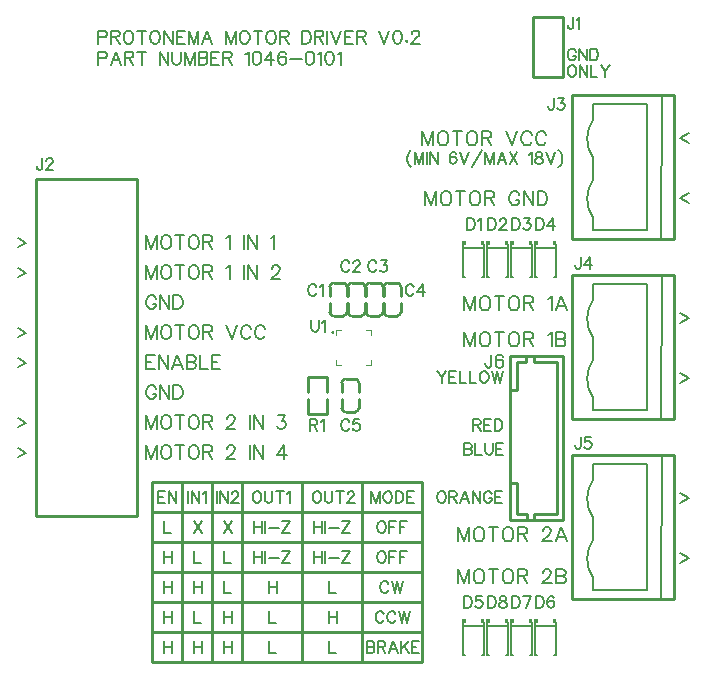
<source format=gto>
G04 Layer: TopSilkscreenLayer*
G04 Panelize: V-CUT, Column: 2, Row: 2, Board Size: 58.42mm x 58.42mm, Panelized Board Size: 118.84mm x 118.84mm*
G04 EasyEDA v6.5.32, 2023-07-26 20:50:30*
G04 9c01c07f2c6843c3a362350cb2311acb,5a6b42c53f6a479593ecc07194224c93,10*
G04 Gerber Generator version 0.2*
G04 Scale: 100 percent, Rotated: No, Reflected: No *
G04 Dimensions in millimeters *
G04 leading zeros omitted , absolute positions ,4 integer and 5 decimal *
%FSLAX45Y45*%
%MOMM*%

%ADD10C,0.1524*%
%ADD11C,0.2540*%
%ADD12C,0.1016*%
%ADD13C,0.1270*%
%ADD14C,0.2500*%
%ADD15C,0.0135*%

%LPD*%
D10*
X762000Y5423915D02*
G01*
X762000Y5314950D01*
X762000Y5423915D02*
G01*
X808736Y5423915D01*
X824229Y5418836D01*
X829563Y5413502D01*
X834644Y5403087D01*
X834644Y5387594D01*
X829563Y5377179D01*
X824229Y5372100D01*
X808736Y5366765D01*
X762000Y5366765D01*
X910589Y5423915D02*
G01*
X868934Y5314950D01*
X910589Y5423915D02*
G01*
X952245Y5314950D01*
X884681Y5351271D02*
G01*
X936497Y5351271D01*
X986536Y5423915D02*
G01*
X986536Y5314950D01*
X986536Y5423915D02*
G01*
X1033271Y5423915D01*
X1048765Y5418836D01*
X1054100Y5413502D01*
X1059179Y5403087D01*
X1059179Y5392673D01*
X1054100Y5382260D01*
X1048765Y5377179D01*
X1033271Y5372100D01*
X986536Y5372100D01*
X1022857Y5372100D02*
G01*
X1059179Y5314950D01*
X1129792Y5423915D02*
G01*
X1129792Y5314950D01*
X1093470Y5423915D02*
G01*
X1166113Y5423915D01*
X1280413Y5423915D02*
G01*
X1280413Y5314950D01*
X1280413Y5423915D02*
G01*
X1353312Y5314950D01*
X1353312Y5423915D02*
G01*
X1353312Y5314950D01*
X1387602Y5423915D02*
G01*
X1387602Y5345937D01*
X1392681Y5330444D01*
X1403095Y5320029D01*
X1418589Y5314950D01*
X1429004Y5314950D01*
X1444752Y5320029D01*
X1455165Y5330444D01*
X1460245Y5345937D01*
X1460245Y5423915D01*
X1494536Y5423915D02*
G01*
X1494536Y5314950D01*
X1494536Y5423915D02*
G01*
X1536192Y5314950D01*
X1577594Y5423915D02*
G01*
X1536192Y5314950D01*
X1577594Y5423915D02*
G01*
X1577594Y5314950D01*
X1611884Y5423915D02*
G01*
X1611884Y5314950D01*
X1611884Y5423915D02*
G01*
X1658620Y5423915D01*
X1674368Y5418836D01*
X1679447Y5413502D01*
X1684781Y5403087D01*
X1684781Y5392673D01*
X1679447Y5382260D01*
X1674368Y5377179D01*
X1658620Y5372100D01*
X1611884Y5372100D02*
G01*
X1658620Y5372100D01*
X1674368Y5366765D01*
X1679447Y5361686D01*
X1684781Y5351271D01*
X1684781Y5335523D01*
X1679447Y5325110D01*
X1674368Y5320029D01*
X1658620Y5314950D01*
X1611884Y5314950D01*
X1719071Y5423915D02*
G01*
X1719071Y5314950D01*
X1719071Y5423915D02*
G01*
X1786636Y5423915D01*
X1719071Y5372100D02*
G01*
X1760473Y5372100D01*
X1719071Y5314950D02*
G01*
X1786636Y5314950D01*
X1820926Y5423915D02*
G01*
X1820926Y5314950D01*
X1820926Y5423915D02*
G01*
X1867662Y5423915D01*
X1883155Y5418836D01*
X1888489Y5413502D01*
X1893570Y5403087D01*
X1893570Y5392673D01*
X1888489Y5382260D01*
X1883155Y5377179D01*
X1867662Y5372100D01*
X1820926Y5372100D01*
X1857247Y5372100D02*
G01*
X1893570Y5314950D01*
X2007870Y5403087D02*
G01*
X2018284Y5408421D01*
X2033777Y5423915D01*
X2033777Y5314950D01*
X2099309Y5423915D02*
G01*
X2083815Y5418836D01*
X2073402Y5403087D01*
X2068068Y5377179D01*
X2068068Y5361686D01*
X2073402Y5335523D01*
X2083815Y5320029D01*
X2099309Y5314950D01*
X2109724Y5314950D01*
X2125218Y5320029D01*
X2135631Y5335523D01*
X2140965Y5361686D01*
X2140965Y5377179D01*
X2135631Y5403087D01*
X2125218Y5418836D01*
X2109724Y5423915D01*
X2099309Y5423915D01*
X2227072Y5423915D02*
G01*
X2175256Y5351271D01*
X2252979Y5351271D01*
X2227072Y5423915D02*
G01*
X2227072Y5314950D01*
X2349754Y5408421D02*
G01*
X2344420Y5418836D01*
X2328925Y5423915D01*
X2318511Y5423915D01*
X2303018Y5418836D01*
X2292604Y5403087D01*
X2287270Y5377179D01*
X2287270Y5351271D01*
X2292604Y5330444D01*
X2303018Y5320029D01*
X2318511Y5314950D01*
X2323845Y5314950D01*
X2339340Y5320029D01*
X2349754Y5330444D01*
X2354834Y5345937D01*
X2354834Y5351271D01*
X2349754Y5366765D01*
X2339340Y5377179D01*
X2323845Y5382260D01*
X2318511Y5382260D01*
X2303018Y5377179D01*
X2292604Y5366765D01*
X2287270Y5351271D01*
X2389124Y5361686D02*
G01*
X2482850Y5361686D01*
X2548127Y5423915D02*
G01*
X2532634Y5418836D01*
X2522220Y5403087D01*
X2517140Y5377179D01*
X2517140Y5361686D01*
X2522220Y5335523D01*
X2532634Y5320029D01*
X2548127Y5314950D01*
X2558541Y5314950D01*
X2574290Y5320029D01*
X2584450Y5335523D01*
X2589784Y5361686D01*
X2589784Y5377179D01*
X2584450Y5403087D01*
X2574290Y5418836D01*
X2558541Y5423915D01*
X2548127Y5423915D01*
X2624074Y5403087D02*
G01*
X2634488Y5408421D01*
X2649981Y5423915D01*
X2649981Y5314950D01*
X2715513Y5423915D02*
G01*
X2700020Y5418836D01*
X2689606Y5403087D01*
X2684272Y5377179D01*
X2684272Y5361686D01*
X2689606Y5335523D01*
X2700020Y5320029D01*
X2715513Y5314950D01*
X2725927Y5314950D01*
X2741422Y5320029D01*
X2751836Y5335523D01*
X2757170Y5361686D01*
X2757170Y5377179D01*
X2751836Y5403087D01*
X2741422Y5418836D01*
X2725927Y5423915D01*
X2715513Y5423915D01*
X2791459Y5403087D02*
G01*
X2801620Y5408421D01*
X2817368Y5423915D01*
X2817368Y5314950D01*
X762000Y5601715D02*
G01*
X762000Y5492750D01*
X762000Y5601715D02*
G01*
X808736Y5601715D01*
X824229Y5596636D01*
X829563Y5591302D01*
X834644Y5580887D01*
X834644Y5565394D01*
X829563Y5554979D01*
X824229Y5549900D01*
X808736Y5544565D01*
X762000Y5544565D01*
X868934Y5601715D02*
G01*
X868934Y5492750D01*
X868934Y5601715D02*
G01*
X915670Y5601715D01*
X931418Y5596636D01*
X936497Y5591302D01*
X941831Y5580887D01*
X941831Y5570473D01*
X936497Y5560060D01*
X931418Y5554979D01*
X915670Y5549900D01*
X868934Y5549900D01*
X905510Y5549900D02*
G01*
X941831Y5492750D01*
X1007110Y5601715D02*
G01*
X996950Y5596636D01*
X986536Y5586221D01*
X981202Y5575807D01*
X976121Y5560060D01*
X976121Y5534152D01*
X981202Y5518657D01*
X986536Y5508244D01*
X996950Y5497829D01*
X1007110Y5492750D01*
X1027937Y5492750D01*
X1038352Y5497829D01*
X1048765Y5508244D01*
X1054100Y5518657D01*
X1059179Y5534152D01*
X1059179Y5560060D01*
X1054100Y5575807D01*
X1048765Y5586221D01*
X1038352Y5596636D01*
X1027937Y5601715D01*
X1007110Y5601715D01*
X1129792Y5601715D02*
G01*
X1129792Y5492750D01*
X1093470Y5601715D02*
G01*
X1166113Y5601715D01*
X1231645Y5601715D02*
G01*
X1221231Y5596636D01*
X1210818Y5586221D01*
X1205737Y5575807D01*
X1200404Y5560060D01*
X1200404Y5534152D01*
X1205737Y5518657D01*
X1210818Y5508244D01*
X1221231Y5497829D01*
X1231645Y5492750D01*
X1252473Y5492750D01*
X1262887Y5497829D01*
X1273302Y5508244D01*
X1278381Y5518657D01*
X1283715Y5534152D01*
X1283715Y5560060D01*
X1278381Y5575807D01*
X1273302Y5586221D01*
X1262887Y5596636D01*
X1252473Y5601715D01*
X1231645Y5601715D01*
X1318005Y5601715D02*
G01*
X1318005Y5492750D01*
X1318005Y5601715D02*
G01*
X1390650Y5492750D01*
X1390650Y5601715D02*
G01*
X1390650Y5492750D01*
X1424939Y5601715D02*
G01*
X1424939Y5492750D01*
X1424939Y5601715D02*
G01*
X1492504Y5601715D01*
X1424939Y5549900D02*
G01*
X1466595Y5549900D01*
X1424939Y5492750D02*
G01*
X1492504Y5492750D01*
X1526794Y5601715D02*
G01*
X1526794Y5492750D01*
X1526794Y5601715D02*
G01*
X1568450Y5492750D01*
X1609852Y5601715D02*
G01*
X1568450Y5492750D01*
X1609852Y5601715D02*
G01*
X1609852Y5492750D01*
X1685797Y5601715D02*
G01*
X1644142Y5492750D01*
X1685797Y5601715D02*
G01*
X1727200Y5492750D01*
X1659889Y5529071D02*
G01*
X1711705Y5529071D01*
X1841500Y5601715D02*
G01*
X1841500Y5492750D01*
X1841500Y5601715D02*
G01*
X1883155Y5492750D01*
X1924812Y5601715D02*
G01*
X1883155Y5492750D01*
X1924812Y5601715D02*
G01*
X1924812Y5492750D01*
X1990090Y5601715D02*
G01*
X1979929Y5596636D01*
X1969515Y5586221D01*
X1964181Y5575807D01*
X1959102Y5560060D01*
X1959102Y5534152D01*
X1964181Y5518657D01*
X1969515Y5508244D01*
X1979929Y5497829D01*
X1990090Y5492750D01*
X2010918Y5492750D01*
X2021331Y5497829D01*
X2031745Y5508244D01*
X2037079Y5518657D01*
X2042159Y5534152D01*
X2042159Y5560060D01*
X2037079Y5575807D01*
X2031745Y5586221D01*
X2021331Y5596636D01*
X2010918Y5601715D01*
X1990090Y5601715D01*
X2112772Y5601715D02*
G01*
X2112772Y5492750D01*
X2076450Y5601715D02*
G01*
X2149093Y5601715D01*
X2214625Y5601715D02*
G01*
X2204211Y5596636D01*
X2193797Y5586221D01*
X2188718Y5575807D01*
X2183384Y5560060D01*
X2183384Y5534152D01*
X2188718Y5518657D01*
X2193797Y5508244D01*
X2204211Y5497829D01*
X2214625Y5492750D01*
X2235454Y5492750D01*
X2245868Y5497829D01*
X2256281Y5508244D01*
X2261361Y5518657D01*
X2266695Y5534152D01*
X2266695Y5560060D01*
X2261361Y5575807D01*
X2256281Y5586221D01*
X2245868Y5596636D01*
X2235454Y5601715D01*
X2214625Y5601715D01*
X2300986Y5601715D02*
G01*
X2300986Y5492750D01*
X2300986Y5601715D02*
G01*
X2347722Y5601715D01*
X2363215Y5596636D01*
X2368550Y5591302D01*
X2373629Y5580887D01*
X2373629Y5570473D01*
X2368550Y5560060D01*
X2363215Y5554979D01*
X2347722Y5549900D01*
X2300986Y5549900D01*
X2337308Y5549900D02*
G01*
X2373629Y5492750D01*
X2487929Y5601715D02*
G01*
X2487929Y5492750D01*
X2487929Y5601715D02*
G01*
X2524252Y5601715D01*
X2540000Y5596636D01*
X2550159Y5586221D01*
X2555493Y5575807D01*
X2560574Y5560060D01*
X2560574Y5534152D01*
X2555493Y5518657D01*
X2550159Y5508244D01*
X2540000Y5497829D01*
X2524252Y5492750D01*
X2487929Y5492750D01*
X2594863Y5601715D02*
G01*
X2594863Y5492750D01*
X2594863Y5601715D02*
G01*
X2641600Y5601715D01*
X2657347Y5596636D01*
X2662427Y5591302D01*
X2667761Y5580887D01*
X2667761Y5570473D01*
X2662427Y5560060D01*
X2657347Y5554979D01*
X2641600Y5549900D01*
X2594863Y5549900D01*
X2631440Y5549900D02*
G01*
X2667761Y5492750D01*
X2702052Y5601715D02*
G01*
X2702052Y5492750D01*
X2736341Y5601715D02*
G01*
X2777743Y5492750D01*
X2819400Y5601715D02*
G01*
X2777743Y5492750D01*
X2853690Y5601715D02*
G01*
X2853690Y5492750D01*
X2853690Y5601715D02*
G01*
X2921254Y5601715D01*
X2853690Y5549900D02*
G01*
X2895345Y5549900D01*
X2853690Y5492750D02*
G01*
X2921254Y5492750D01*
X2955543Y5601715D02*
G01*
X2955543Y5492750D01*
X2955543Y5601715D02*
G01*
X3002279Y5601715D01*
X3017774Y5596636D01*
X3023108Y5591302D01*
X3028188Y5580887D01*
X3028188Y5570473D01*
X3023108Y5560060D01*
X3017774Y5554979D01*
X3002279Y5549900D01*
X2955543Y5549900D01*
X2991865Y5549900D02*
G01*
X3028188Y5492750D01*
X3142488Y5601715D02*
G01*
X3184143Y5492750D01*
X3225800Y5601715D02*
G01*
X3184143Y5492750D01*
X3291077Y5601715D02*
G01*
X3275584Y5596636D01*
X3265170Y5580887D01*
X3260090Y5554979D01*
X3260090Y5539486D01*
X3265170Y5513323D01*
X3275584Y5497829D01*
X3291077Y5492750D01*
X3301491Y5492750D01*
X3317240Y5497829D01*
X3327400Y5513323D01*
X3332734Y5539486D01*
X3332734Y5554979D01*
X3327400Y5580887D01*
X3317240Y5596636D01*
X3301491Y5601715D01*
X3291077Y5601715D01*
X3372104Y5518657D02*
G01*
X3367024Y5513323D01*
X3372104Y5508244D01*
X3377438Y5513323D01*
X3372104Y5518657D01*
X3416808Y5575807D02*
G01*
X3416808Y5580887D01*
X3422141Y5591302D01*
X3427222Y5596636D01*
X3437636Y5601715D01*
X3458463Y5601715D01*
X3468877Y5596636D01*
X3473958Y5591302D01*
X3479291Y5580887D01*
X3479291Y5570473D01*
X3473958Y5560060D01*
X3463543Y5544565D01*
X3411727Y5492750D01*
X3484372Y5492750D01*
X3860792Y3047740D02*
G01*
X3860792Y2927852D01*
X3860792Y3047740D02*
G01*
X3906512Y2927852D01*
X3952232Y3047740D02*
G01*
X3906512Y2927852D01*
X3952232Y3047740D02*
G01*
X3952232Y2927852D01*
X4024114Y3047740D02*
G01*
X4012684Y3041898D01*
X4001254Y3030722D01*
X3995412Y3019292D01*
X3989824Y3002020D01*
X3989824Y2973572D01*
X3995412Y2956300D01*
X4001254Y2944870D01*
X4012684Y2933440D01*
X4024114Y2927852D01*
X4046974Y2927852D01*
X4058404Y2933440D01*
X4069834Y2944870D01*
X4075422Y2956300D01*
X4081264Y2973572D01*
X4081264Y3002020D01*
X4075422Y3019292D01*
X4069834Y3030722D01*
X4058404Y3041898D01*
X4046974Y3047740D01*
X4024114Y3047740D01*
X4158734Y3047740D02*
G01*
X4158734Y2927852D01*
X4118856Y3047740D02*
G01*
X4198866Y3047740D01*
X4270748Y3047740D02*
G01*
X4259318Y3041898D01*
X4247888Y3030722D01*
X4242046Y3019292D01*
X4236458Y3002020D01*
X4236458Y2973572D01*
X4242046Y2956300D01*
X4247888Y2944870D01*
X4259318Y2933440D01*
X4270748Y2927852D01*
X4293608Y2927852D01*
X4305038Y2933440D01*
X4316468Y2944870D01*
X4322056Y2956300D01*
X4327898Y2973572D01*
X4327898Y3002020D01*
X4322056Y3019292D01*
X4316468Y3030722D01*
X4305038Y3041898D01*
X4293608Y3047740D01*
X4270748Y3047740D01*
X4365490Y3047740D02*
G01*
X4365490Y2927852D01*
X4365490Y3047740D02*
G01*
X4416798Y3047740D01*
X4434070Y3041898D01*
X4439658Y3036310D01*
X4445500Y3024880D01*
X4445500Y3013450D01*
X4439658Y3002020D01*
X4434070Y2996432D01*
X4416798Y2990590D01*
X4365490Y2990590D01*
X4405368Y2990590D02*
G01*
X4445500Y2927852D01*
X4570976Y3024880D02*
G01*
X4582406Y3030722D01*
X4599424Y3047740D01*
X4599424Y2927852D01*
X4637270Y3047740D02*
G01*
X4637270Y2927852D01*
X4637270Y3047740D02*
G01*
X4688578Y3047740D01*
X4705850Y3041898D01*
X4711438Y3036310D01*
X4717026Y3024880D01*
X4717026Y3013450D01*
X4711438Y3002020D01*
X4705850Y2996432D01*
X4688578Y2990590D01*
X4637270Y2990590D02*
G01*
X4688578Y2990590D01*
X4705850Y2985002D01*
X4711438Y2979160D01*
X4717026Y2967730D01*
X4717026Y2950712D01*
X4711438Y2939282D01*
X4705850Y2933440D01*
X4688578Y2927852D01*
X4637270Y2927852D01*
X3860792Y3352538D02*
G01*
X3860792Y3232650D01*
X3860792Y3352538D02*
G01*
X3906512Y3232650D01*
X3952232Y3352538D02*
G01*
X3906512Y3232650D01*
X3952232Y3352538D02*
G01*
X3952232Y3232650D01*
X4024114Y3352538D02*
G01*
X4012684Y3346696D01*
X4001254Y3335520D01*
X3995412Y3324090D01*
X3989824Y3306818D01*
X3989824Y3278370D01*
X3995412Y3261098D01*
X4001254Y3249668D01*
X4012684Y3238238D01*
X4024114Y3232650D01*
X4046974Y3232650D01*
X4058404Y3238238D01*
X4069834Y3249668D01*
X4075422Y3261098D01*
X4081264Y3278370D01*
X4081264Y3306818D01*
X4075422Y3324090D01*
X4069834Y3335520D01*
X4058404Y3346696D01*
X4046974Y3352538D01*
X4024114Y3352538D01*
X4158734Y3352538D02*
G01*
X4158734Y3232650D01*
X4118856Y3352538D02*
G01*
X4198866Y3352538D01*
X4270748Y3352538D02*
G01*
X4259318Y3346696D01*
X4247888Y3335520D01*
X4242046Y3324090D01*
X4236458Y3306818D01*
X4236458Y3278370D01*
X4242046Y3261098D01*
X4247888Y3249668D01*
X4259318Y3238238D01*
X4270748Y3232650D01*
X4293608Y3232650D01*
X4305038Y3238238D01*
X4316468Y3249668D01*
X4322056Y3261098D01*
X4327898Y3278370D01*
X4327898Y3306818D01*
X4322056Y3324090D01*
X4316468Y3335520D01*
X4305038Y3346696D01*
X4293608Y3352538D01*
X4270748Y3352538D01*
X4365490Y3352538D02*
G01*
X4365490Y3232650D01*
X4365490Y3352538D02*
G01*
X4416798Y3352538D01*
X4434070Y3346696D01*
X4439658Y3341108D01*
X4445500Y3329678D01*
X4445500Y3318248D01*
X4439658Y3306818D01*
X4434070Y3301230D01*
X4416798Y3295388D01*
X4365490Y3295388D01*
X4405368Y3295388D02*
G01*
X4445500Y3232650D01*
X4570976Y3329678D02*
G01*
X4582406Y3335520D01*
X4599424Y3352538D01*
X4599424Y3232650D01*
X4682990Y3352538D02*
G01*
X4637270Y3232650D01*
X4682990Y3352538D02*
G01*
X4728456Y3232650D01*
X4654288Y3272528D02*
G01*
X4711438Y3272528D01*
X3530600Y4241545D02*
G01*
X3530600Y4121657D01*
X3530600Y4241545D02*
G01*
X3576320Y4121657D01*
X3622040Y4241545D02*
G01*
X3576320Y4121657D01*
X3622040Y4241545D02*
G01*
X3622040Y4121657D01*
X3693922Y4241545D02*
G01*
X3682491Y4235704D01*
X3671061Y4224528D01*
X3665220Y4213097D01*
X3659631Y4195826D01*
X3659631Y4167378D01*
X3665220Y4150105D01*
X3671061Y4138676D01*
X3682491Y4127245D01*
X3693922Y4121657D01*
X3716781Y4121657D01*
X3728211Y4127245D01*
X3739641Y4138676D01*
X3745229Y4150105D01*
X3751072Y4167378D01*
X3751072Y4195826D01*
X3745229Y4213097D01*
X3739641Y4224528D01*
X3728211Y4235704D01*
X3716781Y4241545D01*
X3693922Y4241545D01*
X3828541Y4241545D02*
G01*
X3828541Y4121657D01*
X3788663Y4241545D02*
G01*
X3868674Y4241545D01*
X3940556Y4241545D02*
G01*
X3929125Y4235704D01*
X3917695Y4224528D01*
X3911854Y4213097D01*
X3906265Y4195826D01*
X3906265Y4167378D01*
X3911854Y4150105D01*
X3917695Y4138676D01*
X3929125Y4127245D01*
X3940556Y4121657D01*
X3963415Y4121657D01*
X3974845Y4127245D01*
X3986275Y4138676D01*
X3991863Y4150105D01*
X3997706Y4167378D01*
X3997706Y4195826D01*
X3991863Y4213097D01*
X3986275Y4224528D01*
X3974845Y4235704D01*
X3963415Y4241545D01*
X3940556Y4241545D01*
X4035297Y4241545D02*
G01*
X4035297Y4121657D01*
X4035297Y4241545D02*
G01*
X4086606Y4241545D01*
X4103877Y4235704D01*
X4109465Y4230115D01*
X4115308Y4218686D01*
X4115308Y4207255D01*
X4109465Y4195826D01*
X4103877Y4190237D01*
X4086606Y4184395D01*
X4035297Y4184395D01*
X4075175Y4184395D02*
G01*
X4115308Y4121657D01*
X4326381Y4213097D02*
G01*
X4320793Y4224528D01*
X4309363Y4235704D01*
X4297934Y4241545D01*
X4275074Y4241545D01*
X4263643Y4235704D01*
X4252213Y4224528D01*
X4246625Y4213097D01*
X4240784Y4195826D01*
X4240784Y4167378D01*
X4246625Y4150105D01*
X4252213Y4138676D01*
X4263643Y4127245D01*
X4275074Y4121657D01*
X4297934Y4121657D01*
X4309363Y4127245D01*
X4320793Y4138676D01*
X4326381Y4150105D01*
X4326381Y4167378D01*
X4297934Y4167378D02*
G01*
X4326381Y4167378D01*
X4364227Y4241545D02*
G01*
X4364227Y4121657D01*
X4364227Y4241545D02*
G01*
X4443984Y4121657D01*
X4443984Y4241545D02*
G01*
X4443984Y4121657D01*
X4481829Y4241545D02*
G01*
X4481829Y4121657D01*
X4481829Y4241545D02*
G01*
X4521708Y4241545D01*
X4538725Y4235704D01*
X4550156Y4224528D01*
X4555997Y4213097D01*
X4561586Y4195826D01*
X4561586Y4167378D01*
X4555997Y4150105D01*
X4550156Y4138676D01*
X4538725Y4127245D01*
X4521708Y4121657D01*
X4481829Y4121657D01*
X3505200Y4749543D02*
G01*
X3505200Y4629655D01*
X3505200Y4749543D02*
G01*
X3550920Y4629655D01*
X3596640Y4749543D02*
G01*
X3550920Y4629655D01*
X3596640Y4749543D02*
G01*
X3596640Y4629655D01*
X3668522Y4749543D02*
G01*
X3657091Y4743701D01*
X3645661Y4732525D01*
X3639820Y4721095D01*
X3634231Y4703823D01*
X3634231Y4675375D01*
X3639820Y4658103D01*
X3645661Y4646673D01*
X3657091Y4635243D01*
X3668522Y4629655D01*
X3691381Y4629655D01*
X3702811Y4635243D01*
X3714241Y4646673D01*
X3719829Y4658103D01*
X3725672Y4675375D01*
X3725672Y4703823D01*
X3719829Y4721095D01*
X3714241Y4732525D01*
X3702811Y4743701D01*
X3691381Y4749543D01*
X3668522Y4749543D01*
X3803141Y4749543D02*
G01*
X3803141Y4629655D01*
X3763263Y4749543D02*
G01*
X3843274Y4749543D01*
X3915156Y4749543D02*
G01*
X3903725Y4743701D01*
X3892295Y4732525D01*
X3886454Y4721095D01*
X3880865Y4703823D01*
X3880865Y4675375D01*
X3886454Y4658103D01*
X3892295Y4646673D01*
X3903725Y4635243D01*
X3915156Y4629655D01*
X3938015Y4629655D01*
X3949445Y4635243D01*
X3960875Y4646673D01*
X3966463Y4658103D01*
X3972306Y4675375D01*
X3972306Y4703823D01*
X3966463Y4721095D01*
X3960875Y4732525D01*
X3949445Y4743701D01*
X3938015Y4749543D01*
X3915156Y4749543D01*
X4009897Y4749543D02*
G01*
X4009897Y4629655D01*
X4009897Y4749543D02*
G01*
X4061206Y4749543D01*
X4078477Y4743701D01*
X4084065Y4738113D01*
X4089908Y4726683D01*
X4089908Y4715253D01*
X4084065Y4703823D01*
X4078477Y4698235D01*
X4061206Y4692393D01*
X4009897Y4692393D01*
X4049775Y4692393D02*
G01*
X4089908Y4629655D01*
X4215384Y4749543D02*
G01*
X4261104Y4629655D01*
X4306824Y4749543D02*
G01*
X4261104Y4629655D01*
X4430013Y4721095D02*
G01*
X4424425Y4732525D01*
X4412995Y4743701D01*
X4401565Y4749543D01*
X4378706Y4749543D01*
X4367275Y4743701D01*
X4355845Y4732525D01*
X4350258Y4721095D01*
X4344415Y4703823D01*
X4344415Y4675375D01*
X4350258Y4658103D01*
X4355845Y4646673D01*
X4367275Y4635243D01*
X4378706Y4629655D01*
X4401565Y4629655D01*
X4412995Y4635243D01*
X4424425Y4646673D01*
X4430013Y4658103D01*
X4553458Y4721095D02*
G01*
X4547615Y4732525D01*
X4536186Y4743701D01*
X4524756Y4749543D01*
X4501895Y4749543D01*
X4490465Y4743701D01*
X4479036Y4732525D01*
X4473447Y4721095D01*
X4467859Y4703823D01*
X4467859Y4675375D01*
X4473447Y4658103D01*
X4479036Y4646673D01*
X4490465Y4635243D01*
X4501895Y4629655D01*
X4524756Y4629655D01*
X4536186Y4635243D01*
X4547615Y4646673D01*
X4553458Y4658103D01*
X3809992Y1396733D02*
G01*
X3809992Y1276845D01*
X3809992Y1396733D02*
G01*
X3855712Y1276845D01*
X3901432Y1396733D02*
G01*
X3855712Y1276845D01*
X3901432Y1396733D02*
G01*
X3901432Y1276845D01*
X3973314Y1396733D02*
G01*
X3961884Y1391145D01*
X3950454Y1379715D01*
X3944612Y1368285D01*
X3939024Y1351013D01*
X3939024Y1322565D01*
X3944612Y1305293D01*
X3950454Y1293863D01*
X3961884Y1282433D01*
X3973314Y1276845D01*
X3996174Y1276845D01*
X4007604Y1282433D01*
X4019034Y1293863D01*
X4024622Y1305293D01*
X4030464Y1322565D01*
X4030464Y1351013D01*
X4024622Y1368285D01*
X4019034Y1379715D01*
X4007604Y1391145D01*
X3996174Y1396733D01*
X3973314Y1396733D01*
X4107934Y1396733D02*
G01*
X4107934Y1276845D01*
X4068056Y1396733D02*
G01*
X4148066Y1396733D01*
X4219948Y1396733D02*
G01*
X4208518Y1391145D01*
X4197088Y1379715D01*
X4191246Y1368285D01*
X4185658Y1351013D01*
X4185658Y1322565D01*
X4191246Y1305293D01*
X4197088Y1293863D01*
X4208518Y1282433D01*
X4219948Y1276845D01*
X4242808Y1276845D01*
X4254238Y1282433D01*
X4265668Y1293863D01*
X4271256Y1305293D01*
X4277098Y1322565D01*
X4277098Y1351013D01*
X4271256Y1368285D01*
X4265668Y1379715D01*
X4254238Y1391145D01*
X4242808Y1396733D01*
X4219948Y1396733D01*
X4314690Y1396733D02*
G01*
X4314690Y1276845D01*
X4314690Y1396733D02*
G01*
X4365998Y1396733D01*
X4383270Y1391145D01*
X4388858Y1385303D01*
X4394700Y1373873D01*
X4394700Y1362443D01*
X4388858Y1351013D01*
X4383270Y1345425D01*
X4365998Y1339583D01*
X4314690Y1339583D01*
X4354568Y1339583D02*
G01*
X4394700Y1276845D01*
X4526018Y1368285D02*
G01*
X4526018Y1373873D01*
X4531606Y1385303D01*
X4537448Y1391145D01*
X4548624Y1396733D01*
X4571484Y1396733D01*
X4582914Y1391145D01*
X4588756Y1385303D01*
X4594344Y1373873D01*
X4594344Y1362443D01*
X4588756Y1351013D01*
X4577326Y1333995D01*
X4520176Y1276845D01*
X4600186Y1276845D01*
X4683498Y1396733D02*
G01*
X4637778Y1276845D01*
X4683498Y1396733D02*
G01*
X4729218Y1276845D01*
X4655050Y1316723D02*
G01*
X4711946Y1316723D01*
X3809992Y1041143D02*
G01*
X3809992Y921255D01*
X3809992Y1041143D02*
G01*
X3855712Y921255D01*
X3901432Y1041143D02*
G01*
X3855712Y921255D01*
X3901432Y1041143D02*
G01*
X3901432Y921255D01*
X3973314Y1041143D02*
G01*
X3961884Y1035301D01*
X3950454Y1024125D01*
X3944612Y1012695D01*
X3939024Y995423D01*
X3939024Y966975D01*
X3944612Y949703D01*
X3950454Y938273D01*
X3961884Y926843D01*
X3973314Y921255D01*
X3996174Y921255D01*
X4007604Y926843D01*
X4019034Y938273D01*
X4024622Y949703D01*
X4030464Y966975D01*
X4030464Y995423D01*
X4024622Y1012695D01*
X4019034Y1024125D01*
X4007604Y1035301D01*
X3996174Y1041143D01*
X3973314Y1041143D01*
X4107934Y1041143D02*
G01*
X4107934Y921255D01*
X4068056Y1041143D02*
G01*
X4148066Y1041143D01*
X4219948Y1041143D02*
G01*
X4208518Y1035301D01*
X4197088Y1024125D01*
X4191246Y1012695D01*
X4185658Y995423D01*
X4185658Y966975D01*
X4191246Y949703D01*
X4197088Y938273D01*
X4208518Y926843D01*
X4219948Y921255D01*
X4242808Y921255D01*
X4254238Y926843D01*
X4265668Y938273D01*
X4271256Y949703D01*
X4277098Y966975D01*
X4277098Y995423D01*
X4271256Y1012695D01*
X4265668Y1024125D01*
X4254238Y1035301D01*
X4242808Y1041143D01*
X4219948Y1041143D01*
X4314690Y1041143D02*
G01*
X4314690Y921255D01*
X4314690Y1041143D02*
G01*
X4365998Y1041143D01*
X4383270Y1035301D01*
X4388858Y1029713D01*
X4394700Y1018283D01*
X4394700Y1006853D01*
X4388858Y995423D01*
X4383270Y989835D01*
X4365998Y983993D01*
X4314690Y983993D01*
X4354568Y983993D02*
G01*
X4394700Y921255D01*
X4526018Y1012695D02*
G01*
X4526018Y1018283D01*
X4531606Y1029713D01*
X4537448Y1035301D01*
X4548624Y1041143D01*
X4571484Y1041143D01*
X4582914Y1035301D01*
X4588756Y1029713D01*
X4594344Y1018283D01*
X4594344Y1006853D01*
X4588756Y995423D01*
X4577326Y978405D01*
X4520176Y921255D01*
X4600186Y921255D01*
X4637778Y1041143D02*
G01*
X4637778Y921255D01*
X4637778Y1041143D02*
G01*
X4689086Y1041143D01*
X4706358Y1035301D01*
X4711946Y1029713D01*
X4717788Y1018283D01*
X4717788Y1006853D01*
X4711946Y995423D01*
X4706358Y989835D01*
X4689086Y983993D01*
X4637778Y983993D02*
G01*
X4689086Y983993D01*
X4706358Y978405D01*
X4711946Y972563D01*
X4717788Y961133D01*
X4717788Y944115D01*
X4711946Y932685D01*
X4706358Y926843D01*
X4689086Y921255D01*
X4637778Y921255D01*
X286765Y4520437D02*
G01*
X286765Y4447794D01*
X282194Y4434078D01*
X277621Y4429505D01*
X268478Y4424934D01*
X259587Y4424934D01*
X250444Y4429505D01*
X245871Y4434078D01*
X241300Y4447794D01*
X241300Y4456937D01*
X321310Y4497831D02*
G01*
X321310Y4502404D01*
X325881Y4511294D01*
X330454Y4515865D01*
X339597Y4520437D01*
X357631Y4520437D01*
X366776Y4515865D01*
X371347Y4511294D01*
X375920Y4502404D01*
X375920Y4493260D01*
X371347Y4484115D01*
X362204Y4470400D01*
X316737Y4424934D01*
X380492Y4424934D01*
X1168400Y3613657D02*
G01*
X1168400Y3499104D01*
X1168400Y3613657D02*
G01*
X1212087Y3499104D01*
X1255776Y3613657D02*
G01*
X1212087Y3499104D01*
X1255776Y3613657D02*
G01*
X1255776Y3499104D01*
X1324355Y3613657D02*
G01*
X1313434Y3608070D01*
X1302512Y3597147D01*
X1297178Y3586226D01*
X1291589Y3569970D01*
X1291589Y3542792D01*
X1297178Y3526281D01*
X1302512Y3515360D01*
X1313434Y3504437D01*
X1324355Y3499104D01*
X1346200Y3499104D01*
X1357121Y3504437D01*
X1368044Y3515360D01*
X1373378Y3526281D01*
X1378965Y3542792D01*
X1378965Y3569970D01*
X1373378Y3586226D01*
X1368044Y3597147D01*
X1357121Y3608070D01*
X1346200Y3613657D01*
X1324355Y3613657D01*
X1453134Y3613657D02*
G01*
X1453134Y3499104D01*
X1415034Y3613657D02*
G01*
X1491234Y3613657D01*
X1560068Y3613657D02*
G01*
X1549145Y3608070D01*
X1538223Y3597147D01*
X1532636Y3586226D01*
X1527302Y3569970D01*
X1527302Y3542792D01*
X1532636Y3526281D01*
X1538223Y3515360D01*
X1549145Y3504437D01*
X1560068Y3499104D01*
X1581912Y3499104D01*
X1592834Y3504437D01*
X1603755Y3515360D01*
X1609089Y3526281D01*
X1614678Y3542792D01*
X1614678Y3569970D01*
X1609089Y3586226D01*
X1603755Y3597147D01*
X1592834Y3608070D01*
X1581912Y3613657D01*
X1560068Y3613657D01*
X1650492Y3613657D02*
G01*
X1650492Y3499104D01*
X1650492Y3613657D02*
G01*
X1699768Y3613657D01*
X1716023Y3608070D01*
X1721612Y3602736D01*
X1726945Y3591813D01*
X1726945Y3580892D01*
X1721612Y3569970D01*
X1716023Y3564381D01*
X1699768Y3559047D01*
X1650492Y3559047D01*
X1688845Y3559047D02*
G01*
X1726945Y3499104D01*
X1846834Y3591813D02*
G01*
X1857755Y3597147D01*
X1874265Y3613657D01*
X1874265Y3499104D01*
X1994154Y3613657D02*
G01*
X1994154Y3499104D01*
X2030222Y3613657D02*
G01*
X2030222Y3499104D01*
X2030222Y3613657D02*
G01*
X2106675Y3499104D01*
X2106675Y3613657D02*
G01*
X2106675Y3499104D01*
X2232152Y3586226D02*
G01*
X2232152Y3591813D01*
X2237486Y3602736D01*
X2242820Y3608070D01*
X2253741Y3613657D01*
X2275586Y3613657D01*
X2286508Y3608070D01*
X2292095Y3602736D01*
X2297429Y3591813D01*
X2297429Y3580892D01*
X2292095Y3569970D01*
X2281174Y3553713D01*
X2226563Y3499104D01*
X2303018Y3499104D01*
X1250187Y3332226D02*
G01*
X1244854Y3343147D01*
X1233931Y3354070D01*
X1223010Y3359657D01*
X1201165Y3359657D01*
X1190244Y3354070D01*
X1179321Y3343147D01*
X1173734Y3332226D01*
X1168400Y3315970D01*
X1168400Y3288792D01*
X1173734Y3272281D01*
X1179321Y3261360D01*
X1190244Y3250437D01*
X1201165Y3245104D01*
X1223010Y3245104D01*
X1233931Y3250437D01*
X1244854Y3261360D01*
X1250187Y3272281D01*
X1250187Y3288792D01*
X1223010Y3288792D02*
G01*
X1250187Y3288792D01*
X1286255Y3359657D02*
G01*
X1286255Y3245104D01*
X1286255Y3359657D02*
G01*
X1362455Y3245104D01*
X1362455Y3359657D02*
G01*
X1362455Y3245104D01*
X1398523Y3359657D02*
G01*
X1398523Y3245104D01*
X1398523Y3359657D02*
G01*
X1436878Y3359657D01*
X1453134Y3354070D01*
X1464055Y3343147D01*
X1469389Y3332226D01*
X1474978Y3315970D01*
X1474978Y3288792D01*
X1469389Y3272281D01*
X1464055Y3261360D01*
X1453134Y3250437D01*
X1436878Y3245104D01*
X1398523Y3245104D01*
X1168400Y3105657D02*
G01*
X1168400Y2991104D01*
X1168400Y3105657D02*
G01*
X1212087Y2991104D01*
X1255776Y3105657D02*
G01*
X1212087Y2991104D01*
X1255776Y3105657D02*
G01*
X1255776Y2991104D01*
X1324355Y3105657D02*
G01*
X1313434Y3100070D01*
X1302512Y3089147D01*
X1297178Y3078226D01*
X1291589Y3061970D01*
X1291589Y3034792D01*
X1297178Y3018281D01*
X1302512Y3007360D01*
X1313434Y2996437D01*
X1324355Y2991104D01*
X1346200Y2991104D01*
X1357121Y2996437D01*
X1368044Y3007360D01*
X1373378Y3018281D01*
X1378965Y3034792D01*
X1378965Y3061970D01*
X1373378Y3078226D01*
X1368044Y3089147D01*
X1357121Y3100070D01*
X1346200Y3105657D01*
X1324355Y3105657D01*
X1453134Y3105657D02*
G01*
X1453134Y2991104D01*
X1415034Y3105657D02*
G01*
X1491234Y3105657D01*
X1560068Y3105657D02*
G01*
X1549145Y3100070D01*
X1538223Y3089147D01*
X1532636Y3078226D01*
X1527302Y3061970D01*
X1527302Y3034792D01*
X1532636Y3018281D01*
X1538223Y3007360D01*
X1549145Y2996437D01*
X1560068Y2991104D01*
X1581912Y2991104D01*
X1592834Y2996437D01*
X1603755Y3007360D01*
X1609089Y3018281D01*
X1614678Y3034792D01*
X1614678Y3061970D01*
X1609089Y3078226D01*
X1603755Y3089147D01*
X1592834Y3100070D01*
X1581912Y3105657D01*
X1560068Y3105657D01*
X1650492Y3105657D02*
G01*
X1650492Y2991104D01*
X1650492Y3105657D02*
G01*
X1699768Y3105657D01*
X1716023Y3100070D01*
X1721612Y3094736D01*
X1726945Y3083813D01*
X1726945Y3072892D01*
X1721612Y3061970D01*
X1716023Y3056381D01*
X1699768Y3051047D01*
X1650492Y3051047D01*
X1688845Y3051047D02*
G01*
X1726945Y2991104D01*
X1846834Y3105657D02*
G01*
X1890521Y2991104D01*
X1934209Y3105657D02*
G01*
X1890521Y2991104D01*
X2052065Y3078226D02*
G01*
X2046477Y3089147D01*
X2035556Y3100070D01*
X2024888Y3105657D01*
X2003043Y3105657D01*
X1992122Y3100070D01*
X1981200Y3089147D01*
X1975611Y3078226D01*
X1970277Y3061970D01*
X1970277Y3034792D01*
X1975611Y3018281D01*
X1981200Y3007360D01*
X1992122Y2996437D01*
X2003043Y2991104D01*
X2024888Y2991104D01*
X2035556Y2996437D01*
X2046477Y3007360D01*
X2052065Y3018281D01*
X2169922Y3078226D02*
G01*
X2164334Y3089147D01*
X2153411Y3100070D01*
X2142490Y3105657D01*
X2120645Y3105657D01*
X2109977Y3100070D01*
X2099056Y3089147D01*
X2093468Y3078226D01*
X2088134Y3061970D01*
X2088134Y3034792D01*
X2093468Y3018281D01*
X2099056Y3007360D01*
X2109977Y2996437D01*
X2120645Y2991104D01*
X2142490Y2991104D01*
X2153411Y2996437D01*
X2164334Y3007360D01*
X2169922Y3018281D01*
X1168400Y2343657D02*
G01*
X1168400Y2229104D01*
X1168400Y2343657D02*
G01*
X1212087Y2229104D01*
X1255776Y2343657D02*
G01*
X1212087Y2229104D01*
X1255776Y2343657D02*
G01*
X1255776Y2229104D01*
X1324355Y2343657D02*
G01*
X1313434Y2338070D01*
X1302512Y2327147D01*
X1297178Y2316226D01*
X1291589Y2299970D01*
X1291589Y2272792D01*
X1297178Y2256281D01*
X1302512Y2245360D01*
X1313434Y2234437D01*
X1324355Y2229104D01*
X1346200Y2229104D01*
X1357121Y2234437D01*
X1368044Y2245360D01*
X1373378Y2256281D01*
X1378965Y2272792D01*
X1378965Y2299970D01*
X1373378Y2316226D01*
X1368044Y2327147D01*
X1357121Y2338070D01*
X1346200Y2343657D01*
X1324355Y2343657D01*
X1453134Y2343657D02*
G01*
X1453134Y2229104D01*
X1415034Y2343657D02*
G01*
X1491234Y2343657D01*
X1560068Y2343657D02*
G01*
X1549145Y2338070D01*
X1538223Y2327147D01*
X1532636Y2316226D01*
X1527302Y2299970D01*
X1527302Y2272792D01*
X1532636Y2256281D01*
X1538223Y2245360D01*
X1549145Y2234437D01*
X1560068Y2229104D01*
X1581912Y2229104D01*
X1592834Y2234437D01*
X1603755Y2245360D01*
X1609089Y2256281D01*
X1614678Y2272792D01*
X1614678Y2299970D01*
X1609089Y2316226D01*
X1603755Y2327147D01*
X1592834Y2338070D01*
X1581912Y2343657D01*
X1560068Y2343657D01*
X1650492Y2343657D02*
G01*
X1650492Y2229104D01*
X1650492Y2343657D02*
G01*
X1699768Y2343657D01*
X1716023Y2338070D01*
X1721612Y2332736D01*
X1726945Y2321813D01*
X1726945Y2310892D01*
X1721612Y2299970D01*
X1716023Y2294381D01*
X1699768Y2289047D01*
X1650492Y2289047D01*
X1688845Y2289047D02*
G01*
X1726945Y2229104D01*
X1852421Y2316226D02*
G01*
X1852421Y2321813D01*
X1857755Y2332736D01*
X1863344Y2338070D01*
X1874265Y2343657D01*
X1896110Y2343657D01*
X1907031Y2338070D01*
X1912365Y2332736D01*
X1917954Y2321813D01*
X1917954Y2310892D01*
X1912365Y2299970D01*
X1901444Y2283713D01*
X1846834Y2229104D01*
X1923287Y2229104D01*
X2043429Y2343657D02*
G01*
X2043429Y2229104D01*
X2079243Y2343657D02*
G01*
X2079243Y2229104D01*
X2079243Y2343657D02*
G01*
X2155697Y2229104D01*
X2155697Y2343657D02*
G01*
X2155697Y2229104D01*
X2286508Y2343657D02*
G01*
X2346706Y2343657D01*
X2313940Y2299970D01*
X2330195Y2299970D01*
X2341118Y2294381D01*
X2346706Y2289047D01*
X2352040Y2272792D01*
X2352040Y2261870D01*
X2346706Y2245360D01*
X2335784Y2234437D01*
X2319274Y2229104D01*
X2303018Y2229104D01*
X2286508Y2234437D01*
X2281174Y2240026D01*
X2275586Y2250947D01*
X1168400Y2089657D02*
G01*
X1168400Y1975104D01*
X1168400Y2089657D02*
G01*
X1212087Y1975104D01*
X1255776Y2089657D02*
G01*
X1212087Y1975104D01*
X1255776Y2089657D02*
G01*
X1255776Y1975104D01*
X1324355Y2089657D02*
G01*
X1313434Y2084070D01*
X1302512Y2073147D01*
X1297178Y2062226D01*
X1291589Y2045970D01*
X1291589Y2018792D01*
X1297178Y2002281D01*
X1302512Y1991360D01*
X1313434Y1980437D01*
X1324355Y1975104D01*
X1346200Y1975104D01*
X1357121Y1980437D01*
X1368044Y1991360D01*
X1373378Y2002281D01*
X1378965Y2018792D01*
X1378965Y2045970D01*
X1373378Y2062226D01*
X1368044Y2073147D01*
X1357121Y2084070D01*
X1346200Y2089657D01*
X1324355Y2089657D01*
X1453134Y2089657D02*
G01*
X1453134Y1975104D01*
X1415034Y2089657D02*
G01*
X1491234Y2089657D01*
X1560068Y2089657D02*
G01*
X1549145Y2084070D01*
X1538223Y2073147D01*
X1532636Y2062226D01*
X1527302Y2045970D01*
X1527302Y2018792D01*
X1532636Y2002281D01*
X1538223Y1991360D01*
X1549145Y1980437D01*
X1560068Y1975104D01*
X1581912Y1975104D01*
X1592834Y1980437D01*
X1603755Y1991360D01*
X1609089Y2002281D01*
X1614678Y2018792D01*
X1614678Y2045970D01*
X1609089Y2062226D01*
X1603755Y2073147D01*
X1592834Y2084070D01*
X1581912Y2089657D01*
X1560068Y2089657D01*
X1650492Y2089657D02*
G01*
X1650492Y1975104D01*
X1650492Y2089657D02*
G01*
X1699768Y2089657D01*
X1716023Y2084070D01*
X1721612Y2078736D01*
X1726945Y2067813D01*
X1726945Y2056892D01*
X1721612Y2045970D01*
X1716023Y2040381D01*
X1699768Y2035047D01*
X1650492Y2035047D01*
X1688845Y2035047D02*
G01*
X1726945Y1975104D01*
X1852421Y2062226D02*
G01*
X1852421Y2067813D01*
X1857755Y2078736D01*
X1863344Y2084070D01*
X1874265Y2089657D01*
X1896110Y2089657D01*
X1907031Y2084070D01*
X1912365Y2078736D01*
X1917954Y2067813D01*
X1917954Y2056892D01*
X1912365Y2045970D01*
X1901444Y2029713D01*
X1846834Y1975104D01*
X1923287Y1975104D01*
X2043429Y2089657D02*
G01*
X2043429Y1975104D01*
X2079243Y2089657D02*
G01*
X2079243Y1975104D01*
X2079243Y2089657D02*
G01*
X2155697Y1975104D01*
X2155697Y2089657D02*
G01*
X2155697Y1975104D01*
X2330195Y2089657D02*
G01*
X2275586Y2013204D01*
X2357374Y2013204D01*
X2330195Y2089657D02*
G01*
X2330195Y1975104D01*
X1250187Y2570226D02*
G01*
X1244854Y2581147D01*
X1233931Y2592070D01*
X1223010Y2597657D01*
X1201165Y2597657D01*
X1190244Y2592070D01*
X1179321Y2581147D01*
X1173734Y2570226D01*
X1168400Y2553970D01*
X1168400Y2526792D01*
X1173734Y2510281D01*
X1179321Y2499360D01*
X1190244Y2488437D01*
X1201165Y2483104D01*
X1223010Y2483104D01*
X1233931Y2488437D01*
X1244854Y2499360D01*
X1250187Y2510281D01*
X1250187Y2526792D01*
X1223010Y2526792D02*
G01*
X1250187Y2526792D01*
X1286255Y2597657D02*
G01*
X1286255Y2483104D01*
X1286255Y2597657D02*
G01*
X1362455Y2483104D01*
X1362455Y2597657D02*
G01*
X1362455Y2483104D01*
X1398523Y2597657D02*
G01*
X1398523Y2483104D01*
X1398523Y2597657D02*
G01*
X1436878Y2597657D01*
X1453134Y2592070D01*
X1464055Y2581147D01*
X1469389Y2570226D01*
X1474978Y2553970D01*
X1474978Y2526792D01*
X1469389Y2510281D01*
X1464055Y2499360D01*
X1453134Y2488437D01*
X1436878Y2483104D01*
X1398523Y2483104D01*
X1168400Y2851657D02*
G01*
X1168400Y2737104D01*
X1168400Y2851657D02*
G01*
X1239265Y2851657D01*
X1168400Y2797047D02*
G01*
X1212087Y2797047D01*
X1168400Y2737104D02*
G01*
X1239265Y2737104D01*
X1275334Y2851657D02*
G01*
X1275334Y2737104D01*
X1275334Y2851657D02*
G01*
X1351787Y2737104D01*
X1351787Y2851657D02*
G01*
X1351787Y2737104D01*
X1431289Y2851657D02*
G01*
X1387602Y2737104D01*
X1431289Y2851657D02*
G01*
X1474978Y2737104D01*
X1404112Y2775204D02*
G01*
X1458468Y2775204D01*
X1511045Y2851657D02*
G01*
X1511045Y2737104D01*
X1511045Y2851657D02*
G01*
X1560068Y2851657D01*
X1576323Y2846070D01*
X1581912Y2840736D01*
X1587245Y2829813D01*
X1587245Y2818892D01*
X1581912Y2807970D01*
X1576323Y2802381D01*
X1560068Y2797047D01*
X1511045Y2797047D02*
G01*
X1560068Y2797047D01*
X1576323Y2791713D01*
X1581912Y2786126D01*
X1587245Y2775204D01*
X1587245Y2758947D01*
X1581912Y2748026D01*
X1576323Y2742437D01*
X1560068Y2737104D01*
X1511045Y2737104D01*
X1623313Y2851657D02*
G01*
X1623313Y2737104D01*
X1623313Y2737104D02*
G01*
X1688845Y2737104D01*
X1724660Y2851657D02*
G01*
X1724660Y2737104D01*
X1724660Y2851657D02*
G01*
X1795779Y2851657D01*
X1724660Y2797047D02*
G01*
X1768347Y2797047D01*
X1724660Y2737104D02*
G01*
X1795779Y2737104D01*
X1168400Y3867657D02*
G01*
X1168400Y3753104D01*
X1168400Y3867657D02*
G01*
X1212087Y3753104D01*
X1255776Y3867657D02*
G01*
X1212087Y3753104D01*
X1255776Y3867657D02*
G01*
X1255776Y3753104D01*
X1324355Y3867657D02*
G01*
X1313434Y3862070D01*
X1302512Y3851147D01*
X1297178Y3840226D01*
X1291589Y3823970D01*
X1291589Y3796792D01*
X1297178Y3780281D01*
X1302512Y3769360D01*
X1313434Y3758437D01*
X1324355Y3753104D01*
X1346200Y3753104D01*
X1357121Y3758437D01*
X1368044Y3769360D01*
X1373378Y3780281D01*
X1378965Y3796792D01*
X1378965Y3823970D01*
X1373378Y3840226D01*
X1368044Y3851147D01*
X1357121Y3862070D01*
X1346200Y3867657D01*
X1324355Y3867657D01*
X1453134Y3867657D02*
G01*
X1453134Y3753104D01*
X1415034Y3867657D02*
G01*
X1491234Y3867657D01*
X1560068Y3867657D02*
G01*
X1549145Y3862070D01*
X1538223Y3851147D01*
X1532636Y3840226D01*
X1527302Y3823970D01*
X1527302Y3796792D01*
X1532636Y3780281D01*
X1538223Y3769360D01*
X1549145Y3758437D01*
X1560068Y3753104D01*
X1581912Y3753104D01*
X1592834Y3758437D01*
X1603755Y3769360D01*
X1609089Y3780281D01*
X1614678Y3796792D01*
X1614678Y3823970D01*
X1609089Y3840226D01*
X1603755Y3851147D01*
X1592834Y3862070D01*
X1581912Y3867657D01*
X1560068Y3867657D01*
X1650492Y3867657D02*
G01*
X1650492Y3753104D01*
X1650492Y3867657D02*
G01*
X1699768Y3867657D01*
X1716023Y3862070D01*
X1721612Y3856736D01*
X1726945Y3845813D01*
X1726945Y3834892D01*
X1721612Y3823970D01*
X1716023Y3818381D01*
X1699768Y3813047D01*
X1650492Y3813047D01*
X1688845Y3813047D02*
G01*
X1726945Y3753104D01*
X1846834Y3845813D02*
G01*
X1857755Y3851147D01*
X1874265Y3867657D01*
X1874265Y3753104D01*
X1994154Y3867657D02*
G01*
X1994154Y3753104D01*
X2030222Y3867657D02*
G01*
X2030222Y3753104D01*
X2030222Y3867657D02*
G01*
X2106675Y3753104D01*
X2106675Y3867657D02*
G01*
X2106675Y3753104D01*
X2226563Y3845813D02*
G01*
X2237486Y3851147D01*
X2253741Y3867657D01*
X2253741Y3753104D01*
X3409950Y4589526D02*
G01*
X3400806Y4580381D01*
X3391915Y4566665D01*
X3382772Y4548631D01*
X3378200Y4525771D01*
X3378200Y4507737D01*
X3382772Y4484878D01*
X3391915Y4466844D01*
X3400806Y4453128D01*
X3409950Y4443984D01*
X3439922Y4571237D02*
G01*
X3439922Y4475734D01*
X3439922Y4571237D02*
G01*
X3476497Y4475734D01*
X3512820Y4571237D02*
G01*
X3476497Y4475734D01*
X3512820Y4571237D02*
G01*
X3512820Y4475734D01*
X3542791Y4571237D02*
G01*
X3542791Y4475734D01*
X3572763Y4571237D02*
G01*
X3572763Y4475734D01*
X3572763Y4571237D02*
G01*
X3636263Y4475734D01*
X3636263Y4571237D02*
G01*
X3636263Y4475734D01*
X3790950Y4557776D02*
G01*
X3786377Y4566665D01*
X3772661Y4571237D01*
X3763772Y4571237D01*
X3750056Y4566665D01*
X3740911Y4553204D01*
X3736340Y4530344D01*
X3736340Y4507737D01*
X3740911Y4489450D01*
X3750056Y4480305D01*
X3763772Y4475734D01*
X3768090Y4475734D01*
X3781806Y4480305D01*
X3790950Y4489450D01*
X3795522Y4503165D01*
X3795522Y4507737D01*
X3790950Y4521200D01*
X3781806Y4530344D01*
X3768090Y4534915D01*
X3763772Y4534915D01*
X3750056Y4530344D01*
X3740911Y4521200D01*
X3736340Y4507737D01*
X3825493Y4571237D02*
G01*
X3861815Y4475734D01*
X3898138Y4571237D02*
G01*
X3861815Y4475734D01*
X4009897Y4589526D02*
G01*
X3928109Y4443984D01*
X4040124Y4571237D02*
G01*
X4040124Y4475734D01*
X4040124Y4571237D02*
G01*
X4076445Y4475734D01*
X4112768Y4571237D02*
G01*
X4076445Y4475734D01*
X4112768Y4571237D02*
G01*
X4112768Y4475734D01*
X4179061Y4571237D02*
G01*
X4142740Y4475734D01*
X4179061Y4571237D02*
G01*
X4215384Y4475734D01*
X4156456Y4507737D02*
G01*
X4201922Y4507737D01*
X4245356Y4571237D02*
G01*
X4309109Y4475734D01*
X4309109Y4571237D02*
G01*
X4245356Y4475734D01*
X4409186Y4553204D02*
G01*
X4418075Y4557776D01*
X4431791Y4571237D01*
X4431791Y4475734D01*
X4484624Y4571237D02*
G01*
X4470908Y4566665D01*
X4466336Y4557776D01*
X4466336Y4548631D01*
X4470908Y4539487D01*
X4480052Y4534915D01*
X4498086Y4530344D01*
X4511802Y4525771D01*
X4520945Y4516628D01*
X4525518Y4507737D01*
X4525518Y4494021D01*
X4520945Y4484878D01*
X4516374Y4480305D01*
X4502658Y4475734D01*
X4484624Y4475734D01*
X4470908Y4480305D01*
X4466336Y4484878D01*
X4461763Y4494021D01*
X4461763Y4507737D01*
X4466336Y4516628D01*
X4475479Y4525771D01*
X4489195Y4530344D01*
X4507229Y4534915D01*
X4516374Y4539487D01*
X4520945Y4548631D01*
X4520945Y4557776D01*
X4516374Y4566665D01*
X4502658Y4571237D01*
X4484624Y4571237D01*
X4555490Y4571237D02*
G01*
X4591811Y4475734D01*
X4628134Y4571237D02*
G01*
X4591811Y4475734D01*
X4658106Y4589526D02*
G01*
X4667250Y4580381D01*
X4676393Y4566665D01*
X4685538Y4548631D01*
X4690109Y4525771D01*
X4690109Y4507737D01*
X4685538Y4484878D01*
X4676393Y4466844D01*
X4667250Y4453128D01*
X4658106Y4443984D01*
X1270000Y1701032D02*
G01*
X1270000Y1605528D01*
X1270000Y1701032D02*
G01*
X1329181Y1701032D01*
X1270000Y1655566D02*
G01*
X1306321Y1655566D01*
X1270000Y1605528D02*
G01*
X1329181Y1605528D01*
X1359154Y1701032D02*
G01*
X1359154Y1605528D01*
X1359154Y1701032D02*
G01*
X1422654Y1605528D01*
X1422654Y1701032D02*
G01*
X1422654Y1605528D01*
X1524000Y1701032D02*
G01*
X1524000Y1605528D01*
X1553971Y1701032D02*
G01*
X1553971Y1605528D01*
X1553971Y1701032D02*
G01*
X1617726Y1605528D01*
X1617726Y1701032D02*
G01*
X1617726Y1605528D01*
X1647697Y1682998D02*
G01*
X1656842Y1687570D01*
X1670304Y1701032D01*
X1670304Y1605528D01*
X1765300Y1701032D02*
G01*
X1765300Y1605528D01*
X1795271Y1701032D02*
G01*
X1795271Y1605528D01*
X1795271Y1701032D02*
G01*
X1859026Y1605528D01*
X1859026Y1701032D02*
G01*
X1859026Y1605528D01*
X1893570Y1678426D02*
G01*
X1893570Y1682998D01*
X1898142Y1691888D01*
X1902460Y1696460D01*
X1911604Y1701032D01*
X1929892Y1701032D01*
X1939036Y1696460D01*
X1943354Y1691888D01*
X1947925Y1682998D01*
X1947925Y1673854D01*
X1943354Y1664710D01*
X1934463Y1650994D01*
X1888997Y1605528D01*
X1952497Y1605528D01*
X2097277Y1701032D02*
G01*
X2088388Y1696460D01*
X2079243Y1687570D01*
X2074672Y1678426D01*
X2070100Y1664710D01*
X2070100Y1642104D01*
X2074672Y1628388D01*
X2079243Y1619244D01*
X2088388Y1610100D01*
X2097277Y1605528D01*
X2115565Y1605528D01*
X2124709Y1610100D01*
X2133854Y1619244D01*
X2138172Y1628388D01*
X2142743Y1642104D01*
X2142743Y1664710D01*
X2138172Y1678426D01*
X2133854Y1687570D01*
X2124709Y1696460D01*
X2115565Y1701032D01*
X2097277Y1701032D01*
X2172715Y1701032D02*
G01*
X2172715Y1632960D01*
X2177288Y1619244D01*
X2186431Y1610100D01*
X2200147Y1605528D01*
X2209291Y1605528D01*
X2222754Y1610100D01*
X2231897Y1619244D01*
X2236470Y1632960D01*
X2236470Y1701032D01*
X2298191Y1701032D02*
G01*
X2298191Y1605528D01*
X2266441Y1701032D02*
G01*
X2330195Y1701032D01*
X2360168Y1682998D02*
G01*
X2369311Y1687570D01*
X2382774Y1701032D01*
X2382774Y1605528D01*
X2605277Y1701032D02*
G01*
X2596388Y1696460D01*
X2587243Y1687570D01*
X2582672Y1678426D01*
X2578100Y1664710D01*
X2578100Y1642104D01*
X2582672Y1628388D01*
X2587243Y1619244D01*
X2596388Y1610100D01*
X2605277Y1605528D01*
X2623565Y1605528D01*
X2632709Y1610100D01*
X2641854Y1619244D01*
X2646172Y1628388D01*
X2650743Y1642104D01*
X2650743Y1664710D01*
X2646172Y1678426D01*
X2641854Y1687570D01*
X2632709Y1696460D01*
X2623565Y1701032D01*
X2605277Y1701032D01*
X2680715Y1701032D02*
G01*
X2680715Y1632960D01*
X2685288Y1619244D01*
X2694431Y1610100D01*
X2708147Y1605528D01*
X2717291Y1605528D01*
X2730754Y1610100D01*
X2739897Y1619244D01*
X2744470Y1632960D01*
X2744470Y1701032D01*
X2806191Y1701032D02*
G01*
X2806191Y1605528D01*
X2774441Y1701032D02*
G01*
X2838195Y1701032D01*
X2872740Y1678426D02*
G01*
X2872740Y1682998D01*
X2877311Y1691888D01*
X2881629Y1696460D01*
X2890774Y1701032D01*
X2909061Y1701032D01*
X2918206Y1696460D01*
X2922524Y1691888D01*
X2927095Y1682998D01*
X2927095Y1673854D01*
X2922524Y1664710D01*
X2913634Y1650994D01*
X2868168Y1605528D01*
X2931668Y1605528D01*
X3073402Y1701032D02*
G01*
X3073402Y1605528D01*
X3073402Y1701032D02*
G01*
X3109724Y1605528D01*
X3146046Y1701032D02*
G01*
X3109724Y1605528D01*
X3146046Y1701032D02*
G01*
X3146046Y1605528D01*
X3203450Y1701032D02*
G01*
X3194306Y1696460D01*
X3185162Y1687570D01*
X3180590Y1678426D01*
X3176018Y1664710D01*
X3176018Y1642104D01*
X3180590Y1628388D01*
X3185162Y1619244D01*
X3194306Y1610100D01*
X3203450Y1605528D01*
X3221484Y1605528D01*
X3230628Y1610100D01*
X3239772Y1619244D01*
X3244344Y1628388D01*
X3248916Y1642104D01*
X3248916Y1664710D01*
X3244344Y1678426D01*
X3239772Y1687570D01*
X3230628Y1696460D01*
X3221484Y1701032D01*
X3203450Y1701032D01*
X3278888Y1701032D02*
G01*
X3278888Y1605528D01*
X3278888Y1701032D02*
G01*
X3310638Y1701032D01*
X3324354Y1696460D01*
X3333498Y1687570D01*
X3337816Y1678426D01*
X3342388Y1664710D01*
X3342388Y1642104D01*
X3337816Y1628388D01*
X3333498Y1619244D01*
X3324354Y1610100D01*
X3310638Y1605528D01*
X3278888Y1605528D01*
X3372360Y1701032D02*
G01*
X3372360Y1605528D01*
X3372360Y1701032D02*
G01*
X3431542Y1701032D01*
X3372360Y1655566D02*
G01*
X3408936Y1655566D01*
X3372360Y1605528D02*
G01*
X3431542Y1605528D01*
X1320800Y1447032D02*
G01*
X1320800Y1351528D01*
X1320800Y1351528D02*
G01*
X1375410Y1351528D01*
X1574800Y1447032D02*
G01*
X1638554Y1351528D01*
X1638554Y1447032D02*
G01*
X1574800Y1351528D01*
X1828800Y1447032D02*
G01*
X1892554Y1351528D01*
X1892554Y1447032D02*
G01*
X1828800Y1351528D01*
X2082800Y1447032D02*
G01*
X2082800Y1351528D01*
X2146554Y1447032D02*
G01*
X2146554Y1351528D01*
X2082800Y1401566D02*
G01*
X2146554Y1401566D01*
X2176525Y1447032D02*
G01*
X2176525Y1351528D01*
X2206497Y1392676D02*
G01*
X2288286Y1392676D01*
X2382011Y1447032D02*
G01*
X2318258Y1351528D01*
X2318258Y1447032D02*
G01*
X2382011Y1447032D01*
X2318258Y1351528D02*
G01*
X2382011Y1351528D01*
X2590800Y1447032D02*
G01*
X2590800Y1351528D01*
X2654554Y1447032D02*
G01*
X2654554Y1351528D01*
X2590800Y1401566D02*
G01*
X2654554Y1401566D01*
X2684525Y1447032D02*
G01*
X2684525Y1351528D01*
X2714497Y1392676D02*
G01*
X2796286Y1392676D01*
X2890011Y1447032D02*
G01*
X2826258Y1351528D01*
X2826258Y1447032D02*
G01*
X2890011Y1447032D01*
X2826258Y1351528D02*
G01*
X2890011Y1351528D01*
X3151377Y1447032D02*
G01*
X3142488Y1442460D01*
X3133343Y1433570D01*
X3128772Y1424426D01*
X3124200Y1410710D01*
X3124200Y1388104D01*
X3128772Y1374388D01*
X3133343Y1365244D01*
X3142488Y1356100D01*
X3151377Y1351528D01*
X3169665Y1351528D01*
X3178809Y1356100D01*
X3187954Y1365244D01*
X3192272Y1374388D01*
X3196843Y1388104D01*
X3196843Y1410710D01*
X3192272Y1424426D01*
X3187954Y1433570D01*
X3178809Y1442460D01*
X3169665Y1447032D01*
X3151377Y1447032D01*
X3226815Y1447032D02*
G01*
X3226815Y1351528D01*
X3226815Y1447032D02*
G01*
X3285997Y1447032D01*
X3226815Y1401566D02*
G01*
X3263391Y1401566D01*
X3315970Y1447032D02*
G01*
X3315970Y1351528D01*
X3315970Y1447032D02*
G01*
X3375152Y1447032D01*
X3315970Y1401566D02*
G01*
X3352291Y1401566D01*
X3151375Y1193032D02*
G01*
X3142485Y1188460D01*
X3133341Y1179570D01*
X3128769Y1170426D01*
X3124197Y1156710D01*
X3124197Y1134104D01*
X3128769Y1120388D01*
X3133341Y1111244D01*
X3142485Y1102100D01*
X3151375Y1097528D01*
X3169663Y1097528D01*
X3178807Y1102100D01*
X3187951Y1111244D01*
X3192269Y1120388D01*
X3196841Y1134104D01*
X3196841Y1156710D01*
X3192269Y1170426D01*
X3187951Y1179570D01*
X3178807Y1188460D01*
X3169663Y1193032D01*
X3151375Y1193032D01*
X3226813Y1193032D02*
G01*
X3226813Y1097528D01*
X3226813Y1193032D02*
G01*
X3285995Y1193032D01*
X3226813Y1147566D02*
G01*
X3263389Y1147566D01*
X3315967Y1193032D02*
G01*
X3315967Y1097528D01*
X3315967Y1193032D02*
G01*
X3375149Y1193032D01*
X3315967Y1147566D02*
G01*
X3352289Y1147566D01*
X2590800Y1193032D02*
G01*
X2590800Y1097528D01*
X2654554Y1193032D02*
G01*
X2654554Y1097528D01*
X2590800Y1147566D02*
G01*
X2654554Y1147566D01*
X2684525Y1193032D02*
G01*
X2684525Y1097528D01*
X2714497Y1138676D02*
G01*
X2796286Y1138676D01*
X2890011Y1193032D02*
G01*
X2826258Y1097528D01*
X2826258Y1193032D02*
G01*
X2890011Y1193032D01*
X2826258Y1097528D02*
G01*
X2890011Y1097528D01*
X2082800Y1193032D02*
G01*
X2082800Y1097528D01*
X2146554Y1193032D02*
G01*
X2146554Y1097528D01*
X2082800Y1147566D02*
G01*
X2146554Y1147566D01*
X2176525Y1193032D02*
G01*
X2176525Y1097528D01*
X2206497Y1138676D02*
G01*
X2288286Y1138676D01*
X2382011Y1193032D02*
G01*
X2318258Y1097528D01*
X2318258Y1193032D02*
G01*
X2382011Y1193032D01*
X2318258Y1097528D02*
G01*
X2382011Y1097528D01*
X1828800Y1193032D02*
G01*
X1828800Y1097528D01*
X1828800Y1097528D02*
G01*
X1883410Y1097528D01*
X1574800Y1193032D02*
G01*
X1574800Y1097528D01*
X1574800Y1097528D02*
G01*
X1629410Y1097528D01*
X1320800Y1193032D02*
G01*
X1320800Y1097528D01*
X1384554Y1193032D02*
G01*
X1384554Y1097528D01*
X1320800Y1147566D02*
G01*
X1384554Y1147566D01*
X3217669Y916426D02*
G01*
X3213351Y925570D01*
X3204207Y934460D01*
X3195063Y939032D01*
X3176775Y939032D01*
X3167885Y934460D01*
X3158741Y925570D01*
X3154169Y916426D01*
X3149597Y902710D01*
X3149597Y880104D01*
X3154169Y866388D01*
X3158741Y857244D01*
X3167885Y848100D01*
X3176775Y843528D01*
X3195063Y843528D01*
X3204207Y848100D01*
X3213351Y857244D01*
X3217669Y866388D01*
X3247895Y939032D02*
G01*
X3270501Y843528D01*
X3293107Y939032D02*
G01*
X3270501Y843528D01*
X3293107Y939032D02*
G01*
X3315967Y843528D01*
X3338573Y939032D02*
G01*
X3315967Y843528D01*
X2717800Y939032D02*
G01*
X2717800Y843528D01*
X2717800Y843528D02*
G01*
X2772409Y843528D01*
X2209800Y939032D02*
G01*
X2209800Y843528D01*
X2273554Y939032D02*
G01*
X2273554Y843528D01*
X2209800Y893566D02*
G01*
X2273554Y893566D01*
X1828800Y939032D02*
G01*
X1828800Y843528D01*
X1828800Y843528D02*
G01*
X1883410Y843528D01*
X1574800Y939032D02*
G01*
X1574800Y843528D01*
X1638554Y939032D02*
G01*
X1638554Y843528D01*
X1574800Y893566D02*
G01*
X1638554Y893566D01*
X1320800Y939032D02*
G01*
X1320800Y843528D01*
X1384554Y939032D02*
G01*
X1384554Y843528D01*
X1320800Y893566D02*
G01*
X1384554Y893566D01*
X3179572Y662426D02*
G01*
X3175254Y671570D01*
X3166109Y680460D01*
X3156965Y685032D01*
X3138677Y685032D01*
X3129788Y680460D01*
X3120643Y671570D01*
X3116072Y662426D01*
X3111500Y648710D01*
X3111500Y626104D01*
X3116072Y612388D01*
X3120643Y603244D01*
X3129788Y594100D01*
X3138677Y589528D01*
X3156965Y589528D01*
X3166109Y594100D01*
X3175254Y603244D01*
X3179572Y612388D01*
X3277870Y662426D02*
G01*
X3273297Y671570D01*
X3264154Y680460D01*
X3255009Y685032D01*
X3236975Y685032D01*
X3227831Y680460D01*
X3218688Y671570D01*
X3214115Y662426D01*
X3209797Y648710D01*
X3209797Y626104D01*
X3214115Y612388D01*
X3218688Y603244D01*
X3227831Y594100D01*
X3236975Y589528D01*
X3255009Y589528D01*
X3264154Y594100D01*
X3273297Y603244D01*
X3277870Y612388D01*
X3307841Y685032D02*
G01*
X3330702Y589528D01*
X3353308Y685032D02*
G01*
X3330702Y589528D01*
X3353308Y685032D02*
G01*
X3375913Y589528D01*
X3398774Y685032D02*
G01*
X3375913Y589528D01*
X2717800Y685032D02*
G01*
X2717800Y589528D01*
X2781554Y685032D02*
G01*
X2781554Y589528D01*
X2717800Y639566D02*
G01*
X2781554Y639566D01*
X2209800Y685032D02*
G01*
X2209800Y589528D01*
X2209800Y589528D02*
G01*
X2264409Y589528D01*
X1828800Y685032D02*
G01*
X1828800Y589528D01*
X1892554Y685032D02*
G01*
X1892554Y589528D01*
X1828800Y639566D02*
G01*
X1892554Y639566D01*
X1574800Y685032D02*
G01*
X1574800Y589528D01*
X1574800Y589528D02*
G01*
X1629410Y589528D01*
X1320800Y685032D02*
G01*
X1320800Y589528D01*
X1384554Y685032D02*
G01*
X1384554Y589528D01*
X1320800Y639566D02*
G01*
X1384554Y639566D01*
X3035300Y431032D02*
G01*
X3035300Y335528D01*
X3035300Y431032D02*
G01*
X3076193Y431032D01*
X3089909Y426460D01*
X3094481Y422142D01*
X3099054Y412998D01*
X3099054Y403854D01*
X3094481Y394710D01*
X3089909Y390138D01*
X3076193Y385566D01*
X3035300Y385566D02*
G01*
X3076193Y385566D01*
X3089909Y380994D01*
X3094481Y376676D01*
X3099054Y367532D01*
X3099054Y353816D01*
X3094481Y344672D01*
X3089909Y340100D01*
X3076193Y335528D01*
X3035300Y335528D01*
X3129025Y431032D02*
G01*
X3129025Y335528D01*
X3129025Y431032D02*
G01*
X3169920Y431032D01*
X3183381Y426460D01*
X3187954Y422142D01*
X3192525Y412998D01*
X3192525Y403854D01*
X3187954Y394710D01*
X3183381Y390138D01*
X3169920Y385566D01*
X3129025Y385566D01*
X3160775Y385566D02*
G01*
X3192525Y335528D01*
X3258820Y431032D02*
G01*
X3222497Y335528D01*
X3258820Y431032D02*
G01*
X3295395Y335528D01*
X3236213Y367532D02*
G01*
X3281679Y367532D01*
X3325368Y431032D02*
G01*
X3325368Y335528D01*
X3388868Y431032D02*
G01*
X3325368Y367532D01*
X3347974Y390138D02*
G01*
X3388868Y335528D01*
X3418840Y431032D02*
G01*
X3418840Y335528D01*
X3418840Y431032D02*
G01*
X3478022Y431032D01*
X3418840Y385566D02*
G01*
X3455415Y385566D01*
X3418840Y335528D02*
G01*
X3478022Y335528D01*
X2717800Y431032D02*
G01*
X2717800Y335528D01*
X2717800Y335528D02*
G01*
X2772409Y335528D01*
X2209800Y431032D02*
G01*
X2209800Y335528D01*
X2209800Y335528D02*
G01*
X2264409Y335528D01*
X1828800Y431032D02*
G01*
X1828800Y335528D01*
X1892554Y431032D02*
G01*
X1892554Y335528D01*
X1828800Y385566D02*
G01*
X1892554Y385566D01*
X1574800Y431032D02*
G01*
X1574800Y335528D01*
X1638554Y431032D02*
G01*
X1638554Y335528D01*
X1574800Y385566D02*
G01*
X1638554Y385566D01*
X1320800Y431032D02*
G01*
X1320800Y335528D01*
X1384554Y431032D02*
G01*
X1384554Y335528D01*
X1320800Y385566D02*
G01*
X1384554Y385566D01*
X79827Y3766118D02*
G01*
X152471Y3807012D01*
X79827Y3847906D01*
X79827Y3512118D02*
G01*
X152471Y3553012D01*
X79827Y3593906D01*
X79827Y2750118D02*
G01*
X152471Y2791012D01*
X79827Y2831906D01*
X79827Y2242118D02*
G01*
X152471Y2283012D01*
X79827Y2323906D01*
X79827Y1988118D02*
G01*
X152471Y2029012D01*
X79827Y2069906D01*
X79827Y3004118D02*
G01*
X152471Y3045012D01*
X79827Y3085906D01*
X5762198Y4735548D02*
G01*
X5689554Y4694638D01*
X5762198Y4653754D01*
X5689600Y3211576D02*
G01*
X5762243Y3170428D01*
X5689600Y3129534D01*
X5689600Y2703576D02*
G01*
X5762243Y2662428D01*
X5689600Y2621534D01*
X5689600Y1687576D02*
G01*
X5762243Y1646428D01*
X5689600Y1605534D01*
X5689600Y1179576D02*
G01*
X5762243Y1138428D01*
X5689600Y1097534D01*
X5762198Y4227548D02*
G01*
X5689554Y4186638D01*
X5762198Y4145754D01*
X4782565Y5714237D02*
G01*
X4782565Y5641594D01*
X4777993Y5627878D01*
X4773422Y5623305D01*
X4764277Y5618734D01*
X4755388Y5618734D01*
X4746243Y5623305D01*
X4741672Y5627878D01*
X4737100Y5641594D01*
X4737100Y5650737D01*
X4812538Y5696204D02*
G01*
X4821681Y5700776D01*
X4835397Y5714237D01*
X4835397Y5618734D01*
X4805172Y5424931D02*
G01*
X4800854Y5434076D01*
X4791709Y5442965D01*
X4782565Y5447537D01*
X4764277Y5447537D01*
X4755388Y5442965D01*
X4746243Y5434076D01*
X4741672Y5424931D01*
X4737100Y5411215D01*
X4737100Y5388610D01*
X4741672Y5374894D01*
X4746243Y5365750D01*
X4755388Y5356605D01*
X4764277Y5352034D01*
X4782565Y5352034D01*
X4791709Y5356605D01*
X4800854Y5365750D01*
X4805172Y5374894D01*
X4805172Y5388610D01*
X4782565Y5388610D02*
G01*
X4805172Y5388610D01*
X4835397Y5447537D02*
G01*
X4835397Y5352034D01*
X4835397Y5447537D02*
G01*
X4898897Y5352034D01*
X4898897Y5447537D02*
G01*
X4898897Y5352034D01*
X4928870Y5447537D02*
G01*
X4928870Y5352034D01*
X4928870Y5447537D02*
G01*
X4960620Y5447537D01*
X4974336Y5442965D01*
X4983479Y5434076D01*
X4988052Y5424931D01*
X4992624Y5411215D01*
X4992624Y5388610D01*
X4988052Y5374894D01*
X4983479Y5365750D01*
X4974336Y5356605D01*
X4960620Y5352034D01*
X4928870Y5352034D01*
X4764277Y5307837D02*
G01*
X4755388Y5303265D01*
X4746243Y5294376D01*
X4741672Y5285231D01*
X4737100Y5271515D01*
X4737100Y5248910D01*
X4741672Y5235194D01*
X4746243Y5226050D01*
X4755388Y5216905D01*
X4764277Y5212334D01*
X4782565Y5212334D01*
X4791709Y5216905D01*
X4800854Y5226050D01*
X4805172Y5235194D01*
X4809743Y5248910D01*
X4809743Y5271515D01*
X4805172Y5285231D01*
X4800854Y5294376D01*
X4791709Y5303265D01*
X4782565Y5307837D01*
X4764277Y5307837D01*
X4839715Y5307837D02*
G01*
X4839715Y5212334D01*
X4839715Y5307837D02*
G01*
X4903470Y5212334D01*
X4903470Y5307837D02*
G01*
X4903470Y5212334D01*
X4933441Y5307837D02*
G01*
X4933441Y5212334D01*
X4933441Y5212334D02*
G01*
X4988052Y5212334D01*
X5018024Y5307837D02*
G01*
X5054345Y5262371D01*
X5054345Y5212334D01*
X5090668Y5307837D02*
G01*
X5054345Y5262371D01*
X3659375Y1701037D02*
G01*
X3650485Y1696465D01*
X3641341Y1687576D01*
X3636769Y1678431D01*
X3632197Y1664715D01*
X3632197Y1642110D01*
X3636769Y1628394D01*
X3641341Y1619250D01*
X3650485Y1610105D01*
X3659375Y1605534D01*
X3677663Y1605534D01*
X3686807Y1610105D01*
X3695951Y1619250D01*
X3700269Y1628394D01*
X3704841Y1642110D01*
X3704841Y1664715D01*
X3700269Y1678431D01*
X3695951Y1687576D01*
X3686807Y1696465D01*
X3677663Y1701037D01*
X3659375Y1701037D01*
X3734813Y1701037D02*
G01*
X3734813Y1605534D01*
X3734813Y1701037D02*
G01*
X3775707Y1701037D01*
X3789423Y1696465D01*
X3793995Y1691894D01*
X3798567Y1683004D01*
X3798567Y1673860D01*
X3793995Y1664715D01*
X3789423Y1660144D01*
X3775707Y1655571D01*
X3734813Y1655571D01*
X3766817Y1655571D02*
G01*
X3798567Y1605534D01*
X3864861Y1701037D02*
G01*
X3828539Y1605534D01*
X3864861Y1701037D02*
G01*
X3901183Y1605534D01*
X3842255Y1637537D02*
G01*
X3887721Y1637537D01*
X3931409Y1701037D02*
G01*
X3931409Y1605534D01*
X3931409Y1701037D02*
G01*
X3994909Y1605534D01*
X3994909Y1701037D02*
G01*
X3994909Y1605534D01*
X4093207Y1678431D02*
G01*
X4088635Y1687576D01*
X4079491Y1696465D01*
X4070347Y1701037D01*
X4052313Y1701037D01*
X4043169Y1696465D01*
X4034025Y1687576D01*
X4029453Y1678431D01*
X4024881Y1664715D01*
X4024881Y1642110D01*
X4029453Y1628394D01*
X4034025Y1619250D01*
X4043169Y1610105D01*
X4052313Y1605534D01*
X4070347Y1605534D01*
X4079491Y1610105D01*
X4088635Y1619250D01*
X4093207Y1628394D01*
X4093207Y1642110D01*
X4070347Y1642110D02*
G01*
X4093207Y1642110D01*
X4123179Y1701037D02*
G01*
X4123179Y1605534D01*
X4123179Y1701037D02*
G01*
X4182107Y1701037D01*
X4123179Y1655571D02*
G01*
X4159501Y1655571D01*
X4123179Y1605534D02*
G01*
X4182107Y1605534D01*
X3860800Y2107437D02*
G01*
X3860800Y2011934D01*
X3860800Y2107437D02*
G01*
X3901693Y2107437D01*
X3915409Y2102865D01*
X3919981Y2098294D01*
X3924554Y2089404D01*
X3924554Y2080260D01*
X3919981Y2071115D01*
X3915409Y2066544D01*
X3901693Y2061971D01*
X3860800Y2061971D02*
G01*
X3901693Y2061971D01*
X3915409Y2057400D01*
X3919981Y2053081D01*
X3924554Y2043937D01*
X3924554Y2030221D01*
X3919981Y2021078D01*
X3915409Y2016505D01*
X3901693Y2011934D01*
X3860800Y2011934D01*
X3954525Y2107437D02*
G01*
X3954525Y2011934D01*
X3954525Y2011934D02*
G01*
X4008881Y2011934D01*
X4038854Y2107437D02*
G01*
X4038854Y2039365D01*
X4043425Y2025650D01*
X4052570Y2016505D01*
X4066286Y2011934D01*
X4075429Y2011934D01*
X4088891Y2016505D01*
X4098036Y2025650D01*
X4102608Y2039365D01*
X4102608Y2107437D01*
X4132579Y2107437D02*
G01*
X4132579Y2011934D01*
X4132579Y2107437D02*
G01*
X4191761Y2107437D01*
X4132579Y2061971D02*
G01*
X4168902Y2061971D01*
X4132579Y2011934D02*
G01*
X4191761Y2011934D01*
X3937000Y2310637D02*
G01*
X3937000Y2215134D01*
X3937000Y2310637D02*
G01*
X3977893Y2310637D01*
X3991609Y2306065D01*
X3996181Y2301494D01*
X4000754Y2292604D01*
X4000754Y2283460D01*
X3996181Y2274315D01*
X3991609Y2269744D01*
X3977893Y2265171D01*
X3937000Y2265171D01*
X3968750Y2265171D02*
G01*
X4000754Y2215134D01*
X4030725Y2310637D02*
G01*
X4030725Y2215134D01*
X4030725Y2310637D02*
G01*
X4089654Y2310637D01*
X4030725Y2265171D02*
G01*
X4067047Y2265171D01*
X4030725Y2215134D02*
G01*
X4089654Y2215134D01*
X4119625Y2310637D02*
G01*
X4119625Y2215134D01*
X4119625Y2310637D02*
G01*
X4151629Y2310637D01*
X4165091Y2306065D01*
X4174236Y2297176D01*
X4178808Y2288031D01*
X4183379Y2274315D01*
X4183379Y2251710D01*
X4178808Y2237994D01*
X4174236Y2228850D01*
X4165091Y2219705D01*
X4151629Y2215134D01*
X4119625Y2215134D01*
X3632200Y2717037D02*
G01*
X3668522Y2671571D01*
X3668522Y2621534D01*
X3704843Y2717037D02*
G01*
X3668522Y2671571D01*
X3734815Y2717037D02*
G01*
X3734815Y2621534D01*
X3734815Y2717037D02*
G01*
X3793997Y2717037D01*
X3734815Y2671571D02*
G01*
X3771391Y2671571D01*
X3734815Y2621534D02*
G01*
X3793997Y2621534D01*
X3823970Y2717037D02*
G01*
X3823970Y2621534D01*
X3823970Y2621534D02*
G01*
X3878579Y2621534D01*
X3908552Y2717037D02*
G01*
X3908552Y2621534D01*
X3908552Y2621534D02*
G01*
X3963161Y2621534D01*
X4020311Y2717037D02*
G01*
X4011168Y2712465D01*
X4002277Y2703576D01*
X3997706Y2694431D01*
X3993134Y2680715D01*
X3993134Y2658110D01*
X3997706Y2644394D01*
X4002277Y2635250D01*
X4011168Y2626105D01*
X4020311Y2621534D01*
X4038600Y2621534D01*
X4047743Y2626105D01*
X4056634Y2635250D01*
X4061206Y2644394D01*
X4065777Y2658110D01*
X4065777Y2680715D01*
X4061206Y2694431D01*
X4056634Y2703576D01*
X4047743Y2712465D01*
X4038600Y2717037D01*
X4020311Y2717037D01*
X4095750Y2717037D02*
G01*
X4118609Y2621534D01*
X4141215Y2717037D02*
G01*
X4118609Y2621534D01*
X4141215Y2717037D02*
G01*
X4164075Y2621534D01*
X4186681Y2717037D02*
G01*
X4164075Y2621534D01*
X4064000Y4012437D02*
G01*
X4064000Y3916934D01*
X4064000Y4012437D02*
G01*
X4095750Y4012437D01*
X4109465Y4007865D01*
X4118609Y3998976D01*
X4123181Y3989831D01*
X4127754Y3976115D01*
X4127754Y3953510D01*
X4123181Y3939794D01*
X4118609Y3930650D01*
X4109465Y3921505D01*
X4095750Y3916934D01*
X4064000Y3916934D01*
X4162297Y3989831D02*
G01*
X4162297Y3994404D01*
X4166615Y4003294D01*
X4171188Y4007865D01*
X4180331Y4012437D01*
X4198620Y4012437D01*
X4207509Y4007865D01*
X4212081Y4003294D01*
X4216654Y3994404D01*
X4216654Y3985260D01*
X4212081Y3976115D01*
X4203191Y3962400D01*
X4157725Y3916934D01*
X4221225Y3916934D01*
X4267200Y4012437D02*
G01*
X4267200Y3916934D01*
X4267200Y4012437D02*
G01*
X4298950Y4012437D01*
X4312665Y4007865D01*
X4321809Y3998976D01*
X4326381Y3989831D01*
X4330954Y3976115D01*
X4330954Y3953510D01*
X4326381Y3939794D01*
X4321809Y3930650D01*
X4312665Y3921505D01*
X4298950Y3916934D01*
X4267200Y3916934D01*
X4369815Y4012437D02*
G01*
X4419854Y4012437D01*
X4392675Y3976115D01*
X4406391Y3976115D01*
X4415281Y3971544D01*
X4419854Y3966971D01*
X4424425Y3953510D01*
X4424425Y3944365D01*
X4419854Y3930650D01*
X4410709Y3921505D01*
X4397247Y3916934D01*
X4383531Y3916934D01*
X4369815Y3921505D01*
X4365497Y3926078D01*
X4360925Y3935221D01*
X4470400Y4012437D02*
G01*
X4470400Y3916934D01*
X4470400Y4012437D02*
G01*
X4502150Y4012437D01*
X4515865Y4007865D01*
X4525009Y3998976D01*
X4529581Y3989831D01*
X4534154Y3976115D01*
X4534154Y3953510D01*
X4529581Y3939794D01*
X4525009Y3930650D01*
X4515865Y3921505D01*
X4502150Y3916934D01*
X4470400Y3916934D01*
X4609591Y4012437D02*
G01*
X4564125Y3948937D01*
X4632197Y3948937D01*
X4609591Y4012437D02*
G01*
X4609591Y3916934D01*
X3860802Y812040D02*
G01*
X3860802Y716536D01*
X3860802Y812040D02*
G01*
X3892552Y812040D01*
X3906268Y807468D01*
X3915412Y798578D01*
X3919984Y789434D01*
X3924302Y775718D01*
X3924302Y753112D01*
X3919984Y739396D01*
X3915412Y730252D01*
X3906268Y721108D01*
X3892552Y716536D01*
X3860802Y716536D01*
X4008884Y812040D02*
G01*
X3963418Y812040D01*
X3959100Y771146D01*
X3963418Y775718D01*
X3977134Y780290D01*
X3990850Y780290D01*
X4004312Y775718D01*
X4013456Y766574D01*
X4018028Y753112D01*
X4018028Y743968D01*
X4013456Y730252D01*
X4004312Y721108D01*
X3990850Y716536D01*
X3977134Y716536D01*
X3963418Y721108D01*
X3959100Y725680D01*
X3954528Y734824D01*
X4470402Y812043D02*
G01*
X4470402Y716539D01*
X4470402Y812043D02*
G01*
X4502152Y812043D01*
X4515868Y807471D01*
X4525012Y798581D01*
X4529584Y789437D01*
X4533902Y775721D01*
X4533902Y753115D01*
X4529584Y739399D01*
X4525012Y730255D01*
X4515868Y721111D01*
X4502152Y716539D01*
X4470402Y716539D01*
X4618484Y798581D02*
G01*
X4613912Y807471D01*
X4600450Y812043D01*
X4591306Y812043D01*
X4577590Y807471D01*
X4568700Y794009D01*
X4564128Y771149D01*
X4564128Y748543D01*
X4568700Y730255D01*
X4577590Y721111D01*
X4591306Y716539D01*
X4595878Y716539D01*
X4609594Y721111D01*
X4618484Y730255D01*
X4623056Y743971D01*
X4623056Y748543D01*
X4618484Y762005D01*
X4609594Y771149D01*
X4595878Y775721D01*
X4591306Y775721D01*
X4577590Y771149D01*
X4568700Y762005D01*
X4564128Y748543D01*
X4267202Y812043D02*
G01*
X4267202Y716539D01*
X4267202Y812043D02*
G01*
X4298952Y812043D01*
X4312668Y807471D01*
X4321812Y798581D01*
X4326384Y789437D01*
X4330702Y775721D01*
X4330702Y753115D01*
X4326384Y739399D01*
X4321812Y730255D01*
X4312668Y721111D01*
X4298952Y716539D01*
X4267202Y716539D01*
X4424428Y812043D02*
G01*
X4378962Y716539D01*
X4360928Y812043D02*
G01*
X4424428Y812043D01*
X4064002Y812043D02*
G01*
X4064002Y716539D01*
X4064002Y812043D02*
G01*
X4095752Y812043D01*
X4109468Y807471D01*
X4118612Y798581D01*
X4123184Y789437D01*
X4127502Y775721D01*
X4127502Y753115D01*
X4123184Y739399D01*
X4118612Y730255D01*
X4109468Y721111D01*
X4095752Y716539D01*
X4064002Y716539D01*
X4180334Y812043D02*
G01*
X4166618Y807471D01*
X4162300Y798581D01*
X4162300Y789437D01*
X4166618Y780293D01*
X4175762Y775721D01*
X4194050Y771149D01*
X4207512Y766577D01*
X4216656Y757687D01*
X4221228Y748543D01*
X4221228Y734827D01*
X4216656Y725683D01*
X4212084Y721111D01*
X4198622Y716539D01*
X4180334Y716539D01*
X4166618Y721111D01*
X4162300Y725683D01*
X4157728Y734827D01*
X4157728Y748543D01*
X4162300Y757687D01*
X4171190Y766577D01*
X4184906Y771149D01*
X4203194Y775721D01*
X4212084Y780293D01*
X4216656Y789437D01*
X4216656Y798581D01*
X4212084Y807471D01*
X4198622Y812043D01*
X4180334Y812043D01*
X3886200Y4012437D02*
G01*
X3886200Y3916934D01*
X3886200Y4012437D02*
G01*
X3917950Y4012437D01*
X3931665Y4007865D01*
X3940809Y3998976D01*
X3945381Y3989831D01*
X3949954Y3976115D01*
X3949954Y3953510D01*
X3945381Y3939794D01*
X3940809Y3930650D01*
X3931665Y3921505D01*
X3917950Y3916934D01*
X3886200Y3916934D01*
X3979925Y3994404D02*
G01*
X3988815Y3998976D01*
X4002531Y4012437D01*
X4002531Y3916934D01*
X2552689Y2310622D02*
G01*
X2552689Y2215121D01*
X2552689Y2310622D02*
G01*
X2593583Y2310622D01*
X2607299Y2306053D01*
X2611871Y2301481D01*
X2616443Y2292588D01*
X2616443Y2283447D01*
X2611871Y2274303D01*
X2607299Y2269731D01*
X2593583Y2265156D01*
X2552689Y2265156D01*
X2584439Y2265156D02*
G01*
X2616443Y2215121D01*
X2646415Y2292588D02*
G01*
X2655305Y2297160D01*
X2669021Y2310622D01*
X2669021Y2215121D01*
X4090670Y2858515D02*
G01*
X4090670Y2775457D01*
X4085336Y2759710D01*
X4080256Y2754629D01*
X4069841Y2749550D01*
X4059427Y2749550D01*
X4049013Y2754629D01*
X4043679Y2759710D01*
X4038600Y2775457D01*
X4038600Y2785871D01*
X4187190Y2843021D02*
G01*
X4182109Y2853436D01*
X4166361Y2858515D01*
X4155947Y2858515D01*
X4140454Y2853436D01*
X4130040Y2837687D01*
X4124959Y2811779D01*
X4124959Y2785871D01*
X4130040Y2765044D01*
X4140454Y2754629D01*
X4155947Y2749550D01*
X4161281Y2749550D01*
X4176775Y2754629D01*
X4187190Y2765044D01*
X4192270Y2780537D01*
X4192270Y2785871D01*
X4187190Y2801365D01*
X4176775Y2811779D01*
X4161281Y2816860D01*
X4155947Y2816860D01*
X4140454Y2811779D01*
X4130040Y2801365D01*
X4124959Y2785871D01*
X2887492Y2288067D02*
G01*
X2882920Y2296957D01*
X2874030Y2306101D01*
X2864886Y2310673D01*
X2846598Y2310673D01*
X2837454Y2306101D01*
X2828564Y2296957D01*
X2823992Y2288067D01*
X2819420Y2274351D01*
X2819420Y2251491D01*
X2823992Y2238029D01*
X2828564Y2228885D01*
X2837454Y2219741D01*
X2846598Y2215169D01*
X2864886Y2215169D01*
X2874030Y2219741D01*
X2882920Y2228885D01*
X2887492Y2238029D01*
X2972074Y2310673D02*
G01*
X2926608Y2310673D01*
X2922036Y2269779D01*
X2926608Y2274351D01*
X2940324Y2278923D01*
X2954040Y2278923D01*
X2967502Y2274351D01*
X2976646Y2265207D01*
X2981218Y2251491D01*
X2981218Y2242601D01*
X2976646Y2228885D01*
X2967502Y2219741D01*
X2954040Y2215169D01*
X2940324Y2215169D01*
X2926608Y2219741D01*
X2922036Y2224313D01*
X2917464Y2233457D01*
X3116066Y3634224D02*
G01*
X3111748Y3643368D01*
X3102604Y3652258D01*
X3093460Y3656830D01*
X3075172Y3656830D01*
X3066282Y3652258D01*
X3057138Y3643368D01*
X3052566Y3634224D01*
X3047994Y3620508D01*
X3047994Y3597902D01*
X3052566Y3584186D01*
X3057138Y3575042D01*
X3066282Y3565898D01*
X3075172Y3561326D01*
X3093460Y3561326D01*
X3102604Y3565898D01*
X3111748Y3575042D01*
X3116066Y3584186D01*
X3155182Y3656830D02*
G01*
X3205220Y3656830D01*
X3178042Y3620508D01*
X3191504Y3620508D01*
X3200648Y3615936D01*
X3205220Y3611364D01*
X3209792Y3597902D01*
X3209792Y3588758D01*
X3205220Y3575042D01*
X3196076Y3565898D01*
X3182614Y3561326D01*
X3168898Y3561326D01*
X3155182Y3565898D01*
X3150610Y3570470D01*
X3146292Y3579614D01*
X3433572Y3431031D02*
G01*
X3429000Y3439921D01*
X3420109Y3449065D01*
X3410965Y3453637D01*
X3392677Y3453637D01*
X3383534Y3449065D01*
X3374643Y3439921D01*
X3370072Y3431031D01*
X3365500Y3417315D01*
X3365500Y3394455D01*
X3370072Y3380994D01*
X3374643Y3371850D01*
X3383534Y3362705D01*
X3392677Y3358134D01*
X3410965Y3358134D01*
X3420109Y3362705D01*
X3429000Y3371850D01*
X3433572Y3380994D01*
X3509009Y3453637D02*
G01*
X3463543Y3390137D01*
X3531870Y3390137D01*
X3509009Y3453637D02*
G01*
X3509009Y3358134D01*
X2887466Y3634224D02*
G01*
X2883148Y3643368D01*
X2874004Y3652258D01*
X2864860Y3656830D01*
X2846572Y3656830D01*
X2837682Y3652258D01*
X2828538Y3643368D01*
X2823966Y3634224D01*
X2819394Y3620508D01*
X2819394Y3597902D01*
X2823966Y3584186D01*
X2828538Y3575042D01*
X2837682Y3565898D01*
X2846572Y3561326D01*
X2864860Y3561326D01*
X2874004Y3565898D01*
X2883148Y3575042D01*
X2887466Y3584186D01*
X2922010Y3634224D02*
G01*
X2922010Y3638796D01*
X2926582Y3647686D01*
X2931154Y3652258D01*
X2940298Y3656830D01*
X2958586Y3656830D01*
X2967476Y3652258D01*
X2972048Y3647686D01*
X2976620Y3638796D01*
X2976620Y3629652D01*
X2972048Y3620508D01*
X2962904Y3606792D01*
X2917692Y3561326D01*
X2981192Y3561326D01*
X2608072Y3431031D02*
G01*
X2603754Y3440176D01*
X2594609Y3449065D01*
X2585465Y3453637D01*
X2567177Y3453637D01*
X2558288Y3449065D01*
X2549143Y3440176D01*
X2544572Y3431031D01*
X2540000Y3417315D01*
X2540000Y3394710D01*
X2544572Y3380994D01*
X2549143Y3371850D01*
X2558288Y3362705D01*
X2567177Y3358134D01*
X2585465Y3358134D01*
X2594609Y3362705D01*
X2603754Y3371850D01*
X2608072Y3380994D01*
X2638297Y3435604D02*
G01*
X2647188Y3440176D01*
X2660904Y3453637D01*
X2660904Y3358134D01*
X2565400Y3148837D02*
G01*
X2565400Y3080765D01*
X2569972Y3067050D01*
X2579115Y3057905D01*
X2592577Y3053334D01*
X2601722Y3053334D01*
X2615438Y3057905D01*
X2624581Y3067050D01*
X2629154Y3080765D01*
X2629154Y3148837D01*
X2659125Y3130804D02*
G01*
X2668015Y3135376D01*
X2681731Y3148837D01*
X2681731Y3053334D01*
X4617455Y5028427D02*
G01*
X4617455Y4955783D01*
X4612883Y4942067D01*
X4608311Y4937495D01*
X4599167Y4932923D01*
X4590277Y4932923D01*
X4581133Y4937495D01*
X4576561Y4942067D01*
X4571989Y4955783D01*
X4571989Y4964927D01*
X4656571Y5028427D02*
G01*
X4706609Y5028427D01*
X4679177Y4992105D01*
X4692893Y4992105D01*
X4702037Y4987533D01*
X4706609Y4982961D01*
X4711181Y4969499D01*
X4711181Y4960355D01*
X4706609Y4946639D01*
X4697465Y4937495D01*
X4683749Y4932923D01*
X4670287Y4932923D01*
X4656571Y4937495D01*
X4651999Y4942067D01*
X4647427Y4951211D01*
X4846045Y3682222D02*
G01*
X4846045Y3609578D01*
X4841473Y3595862D01*
X4836901Y3591290D01*
X4827757Y3586718D01*
X4818867Y3586718D01*
X4809723Y3591290D01*
X4805151Y3595862D01*
X4800579Y3609578D01*
X4800579Y3618722D01*
X4921483Y3682222D02*
G01*
X4876017Y3618722D01*
X4944089Y3618722D01*
X4921483Y3682222D02*
G01*
X4921483Y3586718D01*
X4846045Y2158230D02*
G01*
X4846045Y2085586D01*
X4841473Y2071870D01*
X4836901Y2067298D01*
X4827757Y2062726D01*
X4818867Y2062726D01*
X4809723Y2067298D01*
X4805151Y2071870D01*
X4800579Y2085586D01*
X4800579Y2094730D01*
X4930627Y2158230D02*
G01*
X4885161Y2158230D01*
X4880589Y2117336D01*
X4885161Y2121908D01*
X4898877Y2126480D01*
X4912339Y2126480D01*
X4926055Y2121908D01*
X4935199Y2112764D01*
X4939771Y2099302D01*
X4939771Y2090158D01*
X4935199Y2076442D01*
X4926055Y2067298D01*
X4912339Y2062726D01*
X4898877Y2062726D01*
X4885161Y2067298D01*
X4880589Y2071870D01*
X4876017Y2081014D01*
G36*
X4204919Y3821074D02*
G01*
X4204919Y3790594D01*
X4234434Y3790594D01*
X4234434Y3821074D01*
G37*
G36*
X4045965Y3821074D02*
G01*
X4045965Y3790594D01*
X4075429Y3790594D01*
X4075429Y3821074D01*
G37*
G36*
X4408119Y3821074D02*
G01*
X4408119Y3790594D01*
X4437634Y3790594D01*
X4437634Y3821074D01*
G37*
G36*
X4249166Y3821074D02*
G01*
X4249166Y3790594D01*
X4278630Y3790594D01*
X4278630Y3821074D01*
G37*
G36*
X4611319Y3821074D02*
G01*
X4611319Y3790594D01*
X4640834Y3790594D01*
X4640834Y3821074D01*
G37*
G36*
X4452366Y3821074D02*
G01*
X4452366Y3790594D01*
X4481830Y3790594D01*
X4481830Y3821074D01*
G37*
G36*
X4001719Y620674D02*
G01*
X4001719Y590194D01*
X4031234Y590194D01*
X4031234Y620674D01*
G37*
G36*
X3842765Y620674D02*
G01*
X3842765Y590194D01*
X3872229Y590194D01*
X3872229Y620674D01*
G37*
G36*
X4611319Y620674D02*
G01*
X4611319Y590194D01*
X4640834Y590194D01*
X4640834Y620674D01*
G37*
G36*
X4452366Y620674D02*
G01*
X4452366Y590194D01*
X4481830Y590194D01*
X4481830Y620674D01*
G37*
G36*
X4408119Y620674D02*
G01*
X4408119Y590194D01*
X4437634Y590194D01*
X4437634Y620674D01*
G37*
G36*
X4249166Y620674D02*
G01*
X4249166Y590194D01*
X4278630Y590194D01*
X4278630Y620674D01*
G37*
G36*
X4204919Y620674D02*
G01*
X4204919Y590194D01*
X4234434Y590194D01*
X4234434Y620674D01*
G37*
G36*
X4045965Y620674D02*
G01*
X4045965Y590194D01*
X4075429Y590194D01*
X4075429Y620674D01*
G37*
G36*
X4001719Y3821074D02*
G01*
X4001719Y3790594D01*
X4031234Y3790594D01*
X4031234Y3821074D01*
G37*
G36*
X3842765Y3821074D02*
G01*
X3842765Y3790594D01*
X3872229Y3790594D01*
X3872229Y3821074D01*
G37*
D11*
X1219200Y1015994D02*
G01*
X3505187Y1015994D01*
X2997200Y1777994D02*
G01*
X2997200Y254000D01*
D10*
X4226811Y3798211D02*
G01*
X4226811Y3516972D01*
X4226811Y3516972D02*
G01*
X4210011Y3516972D01*
X4053573Y3798211D02*
G01*
X4053573Y3516972D01*
X4053573Y3516972D02*
G01*
X4070372Y3516972D01*
X4226811Y3762522D02*
G01*
X4053573Y3762522D01*
X4430011Y3798211D02*
G01*
X4430011Y3516972D01*
X4430011Y3516972D02*
G01*
X4413211Y3516972D01*
X4256773Y3798211D02*
G01*
X4256773Y3516972D01*
X4256773Y3516972D02*
G01*
X4273572Y3516972D01*
X4430011Y3762522D02*
G01*
X4256773Y3762522D01*
X4633211Y3798211D02*
G01*
X4633211Y3516972D01*
X4633211Y3516972D02*
G01*
X4616411Y3516972D01*
X4459973Y3798211D02*
G01*
X4459973Y3516972D01*
X4459973Y3516972D02*
G01*
X4476772Y3516972D01*
X4633211Y3762522D02*
G01*
X4459973Y3762522D01*
X4023611Y597819D02*
G01*
X4023611Y316580D01*
X4023611Y316580D02*
G01*
X4006811Y316580D01*
X3850373Y597819D02*
G01*
X3850373Y316580D01*
X3850373Y316580D02*
G01*
X3867172Y316580D01*
X4023611Y562129D02*
G01*
X3850373Y562129D01*
X4633211Y597819D02*
G01*
X4633211Y316580D01*
X4633211Y316580D02*
G01*
X4616411Y316580D01*
X4459973Y597819D02*
G01*
X4459973Y316580D01*
X4459973Y316580D02*
G01*
X4476772Y316580D01*
X4633211Y562129D02*
G01*
X4459973Y562129D01*
X4430011Y597819D02*
G01*
X4430011Y316580D01*
X4430011Y316580D02*
G01*
X4413211Y316580D01*
X4256773Y597819D02*
G01*
X4256773Y316580D01*
X4256773Y316580D02*
G01*
X4273572Y316580D01*
X4430011Y562129D02*
G01*
X4256773Y562129D01*
X4226811Y597819D02*
G01*
X4226811Y316580D01*
X4226811Y316580D02*
G01*
X4210011Y316580D01*
X4053573Y597819D02*
G01*
X4053573Y316580D01*
X4053573Y316580D02*
G01*
X4070372Y316580D01*
X4226811Y562129D02*
G01*
X4053573Y562129D01*
X4023611Y3798211D02*
G01*
X4023611Y3516972D01*
X4023611Y3516972D02*
G01*
X4006811Y3516972D01*
X3850373Y3798211D02*
G01*
X3850373Y3516972D01*
X3850373Y3516972D02*
G01*
X3867172Y3516972D01*
X4023611Y3762522D02*
G01*
X3850373Y3762522D01*
D11*
X2696199Y2544587D02*
G01*
X2696199Y2669590D01*
X2696710Y2359532D02*
G01*
X2536705Y2359532D01*
X2696199Y2669590D02*
G01*
X2536192Y2669590D01*
X2536705Y2484528D02*
G01*
X2536705Y2359532D01*
X2696710Y2484528D02*
G01*
X2696710Y2359532D01*
X2536192Y2544587D02*
G01*
X2536192Y2669590D01*
X4386572Y2849112D02*
G01*
X4386572Y2799074D01*
X4309610Y2799074D01*
X4309610Y2559044D01*
X4249666Y2559044D01*
X4249666Y2449062D01*
X4388408Y1458996D02*
G01*
X4388408Y1508993D01*
X4309592Y1508993D01*
X4309592Y1768995D01*
X4259592Y1768995D01*
X4450100Y1458996D02*
G01*
X4450100Y1508993D01*
X4649591Y1508993D01*
X4649591Y2798996D01*
X4449592Y2798996D01*
X4449592Y2848993D01*
X4450092Y2848993D01*
X4699594Y1458993D02*
G01*
X4699594Y2848993D01*
X4249592Y1458996D02*
G01*
X4699594Y1458993D01*
X4249592Y2848993D02*
G01*
X4699594Y2848993D01*
X4249592Y1458996D02*
G01*
X4249592Y2848993D01*
X2855622Y2653596D02*
G01*
X2935625Y2653596D01*
X2824637Y2542621D02*
G01*
X2824637Y2622618D01*
X2966598Y2542621D02*
G01*
X2966598Y2622618D01*
X2824055Y2485031D02*
G01*
X2824055Y2405032D01*
X2855038Y2374049D02*
G01*
X2935030Y2374049D01*
X2966016Y2485031D02*
G01*
X2966016Y2405032D01*
X3058822Y3466393D02*
G01*
X3138825Y3466393D01*
X3027837Y3355418D02*
G01*
X3027837Y3435416D01*
X3169798Y3355418D02*
G01*
X3169798Y3435416D01*
X3027255Y3297829D02*
G01*
X3027255Y3217829D01*
X3058238Y3186846D02*
G01*
X3138230Y3186846D01*
X3169216Y3297829D02*
G01*
X3169216Y3217829D01*
X3211220Y3466393D02*
G01*
X3291222Y3466393D01*
X3180234Y3355418D02*
G01*
X3180234Y3435416D01*
X3322195Y3355418D02*
G01*
X3322195Y3435416D01*
X3179653Y3297829D02*
G01*
X3179653Y3217829D01*
X3210636Y3186846D02*
G01*
X3290628Y3186846D01*
X3321613Y3297829D02*
G01*
X3321613Y3217829D01*
X2906422Y3466393D02*
G01*
X2986425Y3466393D01*
X2875437Y3355418D02*
G01*
X2875437Y3435416D01*
X3017398Y3355418D02*
G01*
X3017398Y3435416D01*
X2874855Y3297829D02*
G01*
X2874855Y3217829D01*
X2905838Y3186846D02*
G01*
X2985830Y3186846D01*
X3016816Y3297829D02*
G01*
X3016816Y3217829D01*
X2754022Y3466393D02*
G01*
X2834025Y3466393D01*
X2723037Y3355418D02*
G01*
X2723037Y3435416D01*
X2864998Y3355418D02*
G01*
X2864998Y3435416D01*
X2722455Y3297829D02*
G01*
X2722455Y3217829D01*
X2753438Y3186846D02*
G01*
X2833430Y3186846D01*
X2864416Y3297829D02*
G01*
X2864416Y3217829D01*
D12*
X3071004Y3070999D02*
G01*
X3071004Y3025424D01*
X3071004Y2816575D02*
G01*
X3071004Y2771000D01*
X2771005Y3070999D02*
G01*
X2771005Y3025424D01*
X2771005Y2816575D02*
G01*
X2771005Y2771000D01*
X3071004Y3070999D02*
G01*
X3025429Y3070999D01*
X2816580Y3070999D02*
G01*
X2771005Y3070999D01*
X2771005Y2771000D02*
G01*
X2816580Y2771000D01*
X3025429Y2771000D02*
G01*
X3071004Y2771000D01*
D13*
X5526201Y3837000D02*
G01*
X5536201Y5052999D01*
X4953002Y4343400D02*
G01*
X4953002Y4521200D01*
X4953002Y4851400D02*
G01*
X4953002Y4978400D01*
X4953002Y4013200D02*
G01*
X4953002Y3911600D01*
X5410202Y3911600D01*
X5410202Y4978400D01*
X4953002Y4978400D01*
D11*
X4776193Y3837000D02*
G01*
X4776193Y5052999D01*
X5636186Y5052999D01*
X5636186Y3837000D01*
X4776193Y3837000D01*
D13*
X5526201Y2313002D02*
G01*
X5536201Y3529004D01*
X4953002Y2819405D02*
G01*
X4953002Y2997205D01*
X4953002Y3327405D02*
G01*
X4953002Y3454405D01*
X4953002Y2489205D02*
G01*
X4953002Y2387605D01*
X5410202Y2387605D01*
X5410202Y3454405D01*
X4953002Y3454405D01*
D11*
X4776193Y2313002D02*
G01*
X4776193Y3529004D01*
X5636186Y3529004D01*
X5636186Y2313002D01*
X4776193Y2313002D01*
D13*
X5526201Y789015D02*
G01*
X5536201Y2005015D01*
X4953002Y1295415D02*
G01*
X4953002Y1473215D01*
X4953002Y1803415D02*
G01*
X4953002Y1930415D01*
X4953002Y965215D02*
G01*
X4953002Y863615D01*
X5410202Y863615D01*
X5410202Y1930415D01*
X4953002Y1930415D01*
D11*
X4776193Y789015D02*
G01*
X4776193Y2005015D01*
X5636186Y2005015D01*
X5636186Y789015D01*
X4776193Y789015D01*
G75*
G01*
X2855039Y2374044D02*
G02*
X2824056Y2405027I0J30983D01*
G75*
G01*
X2966016Y2405027D02*
G02*
X2935031Y2374044I-30983J0D01*
G75*
G01*
X2824637Y2622614D02*
G02*
X2855623Y2653596I30983J0D01*
G75*
G01*
X2935615Y2653596D02*
G02*
X2966598Y2622614I0J-30982D01*
G75*
G01*
X3058239Y3186841D02*
G02*
X3027256Y3217824I0J30983D01*
G75*
G01*
X3169216Y3217824D02*
G02*
X3138231Y3186841I-30983J0D01*
G75*
G01*
X3027837Y3435411D02*
G02*
X3058823Y3466394I30983J0D01*
G75*
G01*
X3138815Y3466394D02*
G02*
X3169798Y3435411I0J-30983D01*
G75*
G01*
X3210636Y3186841D02*
G02*
X3179653Y3217824I0J30983D01*
G75*
G01*
X3321614Y3217824D02*
G02*
X3290628Y3186841I-30983J0D01*
G75*
G01*
X3180235Y3435411D02*
G02*
X3211220Y3466394I30983J0D01*
G75*
G01*
X3291213Y3466394D02*
G02*
X3322196Y3435411I0J-30983D01*
G75*
G01*
X2905839Y3186841D02*
G02*
X2874856Y3217824I0J30983D01*
G75*
G01*
X3016816Y3217824D02*
G02*
X2985831Y3186841I-30983J0D01*
G75*
G01*
X2875437Y3435411D02*
G02*
X2906423Y3466394I30983J0D01*
G75*
G01*
X2986415Y3466394D02*
G02*
X3017398Y3435411I0J-30983D01*
G75*
G01*
X2753439Y3186841D02*
G02*
X2722456Y3217824I0J30983D01*
G75*
G01*
X2864416Y3217824D02*
G02*
X2833431Y3186841I-30983J0D01*
G75*
G01*
X2723037Y3435411D02*
G02*
X2754023Y3466394I30983J0D01*
G75*
G01*
X2834015Y3466394D02*
G02*
X2864998Y3435411I0J-30983D01*
D14*
G75*
G01*
X2747000Y3046125D02*
G03*
X2747000Y3045871I-993J-127D01*
D13*
G75*
G01*
X4953003Y4521200D02*
G02*
X4953003Y4851400I233398J165100D01*
G75*
G01*
X4953003Y4013200D02*
G02*
X4953003Y4343400I233398J165100D01*
G75*
G01*
X4953003Y2997205D02*
G02*
X4953003Y3327405I233398J165100D01*
G75*
G01*
X4953003Y2489205D02*
G02*
X4953003Y2819405I233398J165100D01*
G75*
G01*
X4953003Y1473215D02*
G02*
X4953003Y1803415I233398J165100D01*
G75*
G01*
X4953003Y965215D02*
G02*
X4953003Y1295415I233398J165100D01*
D11*
X235407Y4343704D02*
G01*
X1085418Y4343704D01*
X1085418Y1493697D01*
X235407Y1493697D01*
X235407Y4343704D01*
X4445000Y5715000D02*
G01*
X4699000Y5715000D01*
X4699000Y5207000D01*
X4445000Y5207000D01*
X4445000Y5715000D01*
X1219200Y1778000D02*
G01*
X3505200Y1778000D01*
X3505200Y254000D01*
X1219200Y254000D01*
X1219200Y1778000D01*
X1219200Y1524000D02*
G01*
X3505200Y1524000D01*
X3505200Y508000D01*
X1219200Y508000D01*
X1219200Y1524000D01*
X1219200Y1270000D02*
G01*
X3505200Y1270000D01*
X3505200Y762000D01*
X1219200Y762000D01*
X1219200Y1270000D01*
X1473200Y1778000D02*
G01*
X1727200Y1778000D01*
X1727200Y254000D01*
X1473200Y254000D01*
X1473200Y1778000D01*
X1981200Y1778000D02*
G01*
X2489200Y1778000D01*
X2489200Y254000D01*
X1981200Y254000D01*
X1981200Y1778000D01*
M02*

</source>
